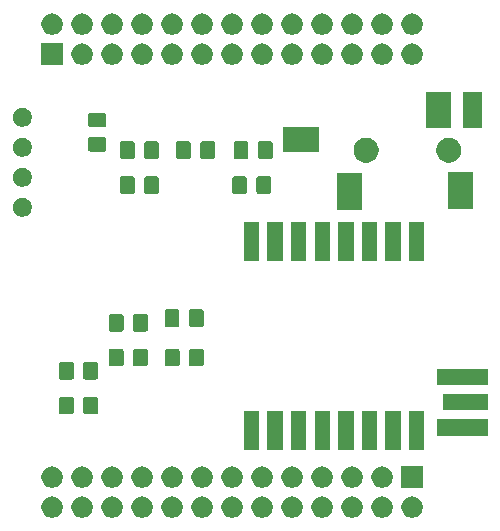
<source format=gbr>
G04 #@! TF.GenerationSoftware,KiCad,Pcbnew,(5.1.5)-3*
G04 #@! TF.CreationDate,2020-02-26T18:40:07+01:00*
G04 #@! TF.ProjectId,minirpi2,6d696e69-7270-4693-922e-6b696361645f,rev?*
G04 #@! TF.SameCoordinates,Original*
G04 #@! TF.FileFunction,Soldermask,Bot*
G04 #@! TF.FilePolarity,Negative*
%FSLAX46Y46*%
G04 Gerber Fmt 4.6, Leading zero omitted, Abs format (unit mm)*
G04 Created by KiCad (PCBNEW (5.1.5)-3) date 2020-02-26 18:40:07*
%MOMM*%
%LPD*%
G04 APERTURE LIST*
%ADD10C,0.100000*%
G04 APERTURE END LIST*
D10*
G36*
X185533512Y-79113927D02*
G01*
X185682812Y-79143624D01*
X185846784Y-79211544D01*
X185994354Y-79310147D01*
X186119853Y-79435646D01*
X186218456Y-79583216D01*
X186286376Y-79747188D01*
X186321000Y-79921259D01*
X186321000Y-80098741D01*
X186286376Y-80272812D01*
X186218456Y-80436784D01*
X186119853Y-80584354D01*
X185994354Y-80709853D01*
X185846784Y-80808456D01*
X185682812Y-80876376D01*
X185533512Y-80906073D01*
X185508742Y-80911000D01*
X185331258Y-80911000D01*
X185306488Y-80906073D01*
X185157188Y-80876376D01*
X184993216Y-80808456D01*
X184845646Y-80709853D01*
X184720147Y-80584354D01*
X184621544Y-80436784D01*
X184553624Y-80272812D01*
X184519000Y-80098741D01*
X184519000Y-79921259D01*
X184553624Y-79747188D01*
X184621544Y-79583216D01*
X184720147Y-79435646D01*
X184845646Y-79310147D01*
X184993216Y-79211544D01*
X185157188Y-79143624D01*
X185306488Y-79113927D01*
X185331258Y-79109000D01*
X185508742Y-79109000D01*
X185533512Y-79113927D01*
G37*
G36*
X213473512Y-79113927D02*
G01*
X213622812Y-79143624D01*
X213786784Y-79211544D01*
X213934354Y-79310147D01*
X214059853Y-79435646D01*
X214158456Y-79583216D01*
X214226376Y-79747188D01*
X214261000Y-79921259D01*
X214261000Y-80098741D01*
X214226376Y-80272812D01*
X214158456Y-80436784D01*
X214059853Y-80584354D01*
X213934354Y-80709853D01*
X213786784Y-80808456D01*
X213622812Y-80876376D01*
X213473512Y-80906073D01*
X213448742Y-80911000D01*
X213271258Y-80911000D01*
X213246488Y-80906073D01*
X213097188Y-80876376D01*
X212933216Y-80808456D01*
X212785646Y-80709853D01*
X212660147Y-80584354D01*
X212561544Y-80436784D01*
X212493624Y-80272812D01*
X212459000Y-80098741D01*
X212459000Y-79921259D01*
X212493624Y-79747188D01*
X212561544Y-79583216D01*
X212660147Y-79435646D01*
X212785646Y-79310147D01*
X212933216Y-79211544D01*
X213097188Y-79143624D01*
X213246488Y-79113927D01*
X213271258Y-79109000D01*
X213448742Y-79109000D01*
X213473512Y-79113927D01*
G37*
G36*
X210933512Y-79113927D02*
G01*
X211082812Y-79143624D01*
X211246784Y-79211544D01*
X211394354Y-79310147D01*
X211519853Y-79435646D01*
X211618456Y-79583216D01*
X211686376Y-79747188D01*
X211721000Y-79921259D01*
X211721000Y-80098741D01*
X211686376Y-80272812D01*
X211618456Y-80436784D01*
X211519853Y-80584354D01*
X211394354Y-80709853D01*
X211246784Y-80808456D01*
X211082812Y-80876376D01*
X210933512Y-80906073D01*
X210908742Y-80911000D01*
X210731258Y-80911000D01*
X210706488Y-80906073D01*
X210557188Y-80876376D01*
X210393216Y-80808456D01*
X210245646Y-80709853D01*
X210120147Y-80584354D01*
X210021544Y-80436784D01*
X209953624Y-80272812D01*
X209919000Y-80098741D01*
X209919000Y-79921259D01*
X209953624Y-79747188D01*
X210021544Y-79583216D01*
X210120147Y-79435646D01*
X210245646Y-79310147D01*
X210393216Y-79211544D01*
X210557188Y-79143624D01*
X210706488Y-79113927D01*
X210731258Y-79109000D01*
X210908742Y-79109000D01*
X210933512Y-79113927D01*
G37*
G36*
X208393512Y-79113927D02*
G01*
X208542812Y-79143624D01*
X208706784Y-79211544D01*
X208854354Y-79310147D01*
X208979853Y-79435646D01*
X209078456Y-79583216D01*
X209146376Y-79747188D01*
X209181000Y-79921259D01*
X209181000Y-80098741D01*
X209146376Y-80272812D01*
X209078456Y-80436784D01*
X208979853Y-80584354D01*
X208854354Y-80709853D01*
X208706784Y-80808456D01*
X208542812Y-80876376D01*
X208393512Y-80906073D01*
X208368742Y-80911000D01*
X208191258Y-80911000D01*
X208166488Y-80906073D01*
X208017188Y-80876376D01*
X207853216Y-80808456D01*
X207705646Y-80709853D01*
X207580147Y-80584354D01*
X207481544Y-80436784D01*
X207413624Y-80272812D01*
X207379000Y-80098741D01*
X207379000Y-79921259D01*
X207413624Y-79747188D01*
X207481544Y-79583216D01*
X207580147Y-79435646D01*
X207705646Y-79310147D01*
X207853216Y-79211544D01*
X208017188Y-79143624D01*
X208166488Y-79113927D01*
X208191258Y-79109000D01*
X208368742Y-79109000D01*
X208393512Y-79113927D01*
G37*
G36*
X205853512Y-79113927D02*
G01*
X206002812Y-79143624D01*
X206166784Y-79211544D01*
X206314354Y-79310147D01*
X206439853Y-79435646D01*
X206538456Y-79583216D01*
X206606376Y-79747188D01*
X206641000Y-79921259D01*
X206641000Y-80098741D01*
X206606376Y-80272812D01*
X206538456Y-80436784D01*
X206439853Y-80584354D01*
X206314354Y-80709853D01*
X206166784Y-80808456D01*
X206002812Y-80876376D01*
X205853512Y-80906073D01*
X205828742Y-80911000D01*
X205651258Y-80911000D01*
X205626488Y-80906073D01*
X205477188Y-80876376D01*
X205313216Y-80808456D01*
X205165646Y-80709853D01*
X205040147Y-80584354D01*
X204941544Y-80436784D01*
X204873624Y-80272812D01*
X204839000Y-80098741D01*
X204839000Y-79921259D01*
X204873624Y-79747188D01*
X204941544Y-79583216D01*
X205040147Y-79435646D01*
X205165646Y-79310147D01*
X205313216Y-79211544D01*
X205477188Y-79143624D01*
X205626488Y-79113927D01*
X205651258Y-79109000D01*
X205828742Y-79109000D01*
X205853512Y-79113927D01*
G37*
G36*
X203313512Y-79113927D02*
G01*
X203462812Y-79143624D01*
X203626784Y-79211544D01*
X203774354Y-79310147D01*
X203899853Y-79435646D01*
X203998456Y-79583216D01*
X204066376Y-79747188D01*
X204101000Y-79921259D01*
X204101000Y-80098741D01*
X204066376Y-80272812D01*
X203998456Y-80436784D01*
X203899853Y-80584354D01*
X203774354Y-80709853D01*
X203626784Y-80808456D01*
X203462812Y-80876376D01*
X203313512Y-80906073D01*
X203288742Y-80911000D01*
X203111258Y-80911000D01*
X203086488Y-80906073D01*
X202937188Y-80876376D01*
X202773216Y-80808456D01*
X202625646Y-80709853D01*
X202500147Y-80584354D01*
X202401544Y-80436784D01*
X202333624Y-80272812D01*
X202299000Y-80098741D01*
X202299000Y-79921259D01*
X202333624Y-79747188D01*
X202401544Y-79583216D01*
X202500147Y-79435646D01*
X202625646Y-79310147D01*
X202773216Y-79211544D01*
X202937188Y-79143624D01*
X203086488Y-79113927D01*
X203111258Y-79109000D01*
X203288742Y-79109000D01*
X203313512Y-79113927D01*
G37*
G36*
X200773512Y-79113927D02*
G01*
X200922812Y-79143624D01*
X201086784Y-79211544D01*
X201234354Y-79310147D01*
X201359853Y-79435646D01*
X201458456Y-79583216D01*
X201526376Y-79747188D01*
X201561000Y-79921259D01*
X201561000Y-80098741D01*
X201526376Y-80272812D01*
X201458456Y-80436784D01*
X201359853Y-80584354D01*
X201234354Y-80709853D01*
X201086784Y-80808456D01*
X200922812Y-80876376D01*
X200773512Y-80906073D01*
X200748742Y-80911000D01*
X200571258Y-80911000D01*
X200546488Y-80906073D01*
X200397188Y-80876376D01*
X200233216Y-80808456D01*
X200085646Y-80709853D01*
X199960147Y-80584354D01*
X199861544Y-80436784D01*
X199793624Y-80272812D01*
X199759000Y-80098741D01*
X199759000Y-79921259D01*
X199793624Y-79747188D01*
X199861544Y-79583216D01*
X199960147Y-79435646D01*
X200085646Y-79310147D01*
X200233216Y-79211544D01*
X200397188Y-79143624D01*
X200546488Y-79113927D01*
X200571258Y-79109000D01*
X200748742Y-79109000D01*
X200773512Y-79113927D01*
G37*
G36*
X195693512Y-79113927D02*
G01*
X195842812Y-79143624D01*
X196006784Y-79211544D01*
X196154354Y-79310147D01*
X196279853Y-79435646D01*
X196378456Y-79583216D01*
X196446376Y-79747188D01*
X196481000Y-79921259D01*
X196481000Y-80098741D01*
X196446376Y-80272812D01*
X196378456Y-80436784D01*
X196279853Y-80584354D01*
X196154354Y-80709853D01*
X196006784Y-80808456D01*
X195842812Y-80876376D01*
X195693512Y-80906073D01*
X195668742Y-80911000D01*
X195491258Y-80911000D01*
X195466488Y-80906073D01*
X195317188Y-80876376D01*
X195153216Y-80808456D01*
X195005646Y-80709853D01*
X194880147Y-80584354D01*
X194781544Y-80436784D01*
X194713624Y-80272812D01*
X194679000Y-80098741D01*
X194679000Y-79921259D01*
X194713624Y-79747188D01*
X194781544Y-79583216D01*
X194880147Y-79435646D01*
X195005646Y-79310147D01*
X195153216Y-79211544D01*
X195317188Y-79143624D01*
X195466488Y-79113927D01*
X195491258Y-79109000D01*
X195668742Y-79109000D01*
X195693512Y-79113927D01*
G37*
G36*
X198233512Y-79113927D02*
G01*
X198382812Y-79143624D01*
X198546784Y-79211544D01*
X198694354Y-79310147D01*
X198819853Y-79435646D01*
X198918456Y-79583216D01*
X198986376Y-79747188D01*
X199021000Y-79921259D01*
X199021000Y-80098741D01*
X198986376Y-80272812D01*
X198918456Y-80436784D01*
X198819853Y-80584354D01*
X198694354Y-80709853D01*
X198546784Y-80808456D01*
X198382812Y-80876376D01*
X198233512Y-80906073D01*
X198208742Y-80911000D01*
X198031258Y-80911000D01*
X198006488Y-80906073D01*
X197857188Y-80876376D01*
X197693216Y-80808456D01*
X197545646Y-80709853D01*
X197420147Y-80584354D01*
X197321544Y-80436784D01*
X197253624Y-80272812D01*
X197219000Y-80098741D01*
X197219000Y-79921259D01*
X197253624Y-79747188D01*
X197321544Y-79583216D01*
X197420147Y-79435646D01*
X197545646Y-79310147D01*
X197693216Y-79211544D01*
X197857188Y-79143624D01*
X198006488Y-79113927D01*
X198031258Y-79109000D01*
X198208742Y-79109000D01*
X198233512Y-79113927D01*
G37*
G36*
X216013512Y-79113927D02*
G01*
X216162812Y-79143624D01*
X216326784Y-79211544D01*
X216474354Y-79310147D01*
X216599853Y-79435646D01*
X216698456Y-79583216D01*
X216766376Y-79747188D01*
X216801000Y-79921259D01*
X216801000Y-80098741D01*
X216766376Y-80272812D01*
X216698456Y-80436784D01*
X216599853Y-80584354D01*
X216474354Y-80709853D01*
X216326784Y-80808456D01*
X216162812Y-80876376D01*
X216013512Y-80906073D01*
X215988742Y-80911000D01*
X215811258Y-80911000D01*
X215786488Y-80906073D01*
X215637188Y-80876376D01*
X215473216Y-80808456D01*
X215325646Y-80709853D01*
X215200147Y-80584354D01*
X215101544Y-80436784D01*
X215033624Y-80272812D01*
X214999000Y-80098741D01*
X214999000Y-79921259D01*
X215033624Y-79747188D01*
X215101544Y-79583216D01*
X215200147Y-79435646D01*
X215325646Y-79310147D01*
X215473216Y-79211544D01*
X215637188Y-79143624D01*
X215786488Y-79113927D01*
X215811258Y-79109000D01*
X215988742Y-79109000D01*
X216013512Y-79113927D01*
G37*
G36*
X188073512Y-79113927D02*
G01*
X188222812Y-79143624D01*
X188386784Y-79211544D01*
X188534354Y-79310147D01*
X188659853Y-79435646D01*
X188758456Y-79583216D01*
X188826376Y-79747188D01*
X188861000Y-79921259D01*
X188861000Y-80098741D01*
X188826376Y-80272812D01*
X188758456Y-80436784D01*
X188659853Y-80584354D01*
X188534354Y-80709853D01*
X188386784Y-80808456D01*
X188222812Y-80876376D01*
X188073512Y-80906073D01*
X188048742Y-80911000D01*
X187871258Y-80911000D01*
X187846488Y-80906073D01*
X187697188Y-80876376D01*
X187533216Y-80808456D01*
X187385646Y-80709853D01*
X187260147Y-80584354D01*
X187161544Y-80436784D01*
X187093624Y-80272812D01*
X187059000Y-80098741D01*
X187059000Y-79921259D01*
X187093624Y-79747188D01*
X187161544Y-79583216D01*
X187260147Y-79435646D01*
X187385646Y-79310147D01*
X187533216Y-79211544D01*
X187697188Y-79143624D01*
X187846488Y-79113927D01*
X187871258Y-79109000D01*
X188048742Y-79109000D01*
X188073512Y-79113927D01*
G37*
G36*
X193153512Y-79113927D02*
G01*
X193302812Y-79143624D01*
X193466784Y-79211544D01*
X193614354Y-79310147D01*
X193739853Y-79435646D01*
X193838456Y-79583216D01*
X193906376Y-79747188D01*
X193941000Y-79921259D01*
X193941000Y-80098741D01*
X193906376Y-80272812D01*
X193838456Y-80436784D01*
X193739853Y-80584354D01*
X193614354Y-80709853D01*
X193466784Y-80808456D01*
X193302812Y-80876376D01*
X193153512Y-80906073D01*
X193128742Y-80911000D01*
X192951258Y-80911000D01*
X192926488Y-80906073D01*
X192777188Y-80876376D01*
X192613216Y-80808456D01*
X192465646Y-80709853D01*
X192340147Y-80584354D01*
X192241544Y-80436784D01*
X192173624Y-80272812D01*
X192139000Y-80098741D01*
X192139000Y-79921259D01*
X192173624Y-79747188D01*
X192241544Y-79583216D01*
X192340147Y-79435646D01*
X192465646Y-79310147D01*
X192613216Y-79211544D01*
X192777188Y-79143624D01*
X192926488Y-79113927D01*
X192951258Y-79109000D01*
X193128742Y-79109000D01*
X193153512Y-79113927D01*
G37*
G36*
X190613512Y-79113927D02*
G01*
X190762812Y-79143624D01*
X190926784Y-79211544D01*
X191074354Y-79310147D01*
X191199853Y-79435646D01*
X191298456Y-79583216D01*
X191366376Y-79747188D01*
X191401000Y-79921259D01*
X191401000Y-80098741D01*
X191366376Y-80272812D01*
X191298456Y-80436784D01*
X191199853Y-80584354D01*
X191074354Y-80709853D01*
X190926784Y-80808456D01*
X190762812Y-80876376D01*
X190613512Y-80906073D01*
X190588742Y-80911000D01*
X190411258Y-80911000D01*
X190386488Y-80906073D01*
X190237188Y-80876376D01*
X190073216Y-80808456D01*
X189925646Y-80709853D01*
X189800147Y-80584354D01*
X189701544Y-80436784D01*
X189633624Y-80272812D01*
X189599000Y-80098741D01*
X189599000Y-79921259D01*
X189633624Y-79747188D01*
X189701544Y-79583216D01*
X189800147Y-79435646D01*
X189925646Y-79310147D01*
X190073216Y-79211544D01*
X190237188Y-79143624D01*
X190386488Y-79113927D01*
X190411258Y-79109000D01*
X190588742Y-79109000D01*
X190613512Y-79113927D01*
G37*
G36*
X203313512Y-76573927D02*
G01*
X203462812Y-76603624D01*
X203626784Y-76671544D01*
X203774354Y-76770147D01*
X203899853Y-76895646D01*
X203998456Y-77043216D01*
X204066376Y-77207188D01*
X204101000Y-77381259D01*
X204101000Y-77558741D01*
X204066376Y-77732812D01*
X203998456Y-77896784D01*
X203899853Y-78044354D01*
X203774354Y-78169853D01*
X203626784Y-78268456D01*
X203462812Y-78336376D01*
X203313512Y-78366073D01*
X203288742Y-78371000D01*
X203111258Y-78371000D01*
X203086488Y-78366073D01*
X202937188Y-78336376D01*
X202773216Y-78268456D01*
X202625646Y-78169853D01*
X202500147Y-78044354D01*
X202401544Y-77896784D01*
X202333624Y-77732812D01*
X202299000Y-77558741D01*
X202299000Y-77381259D01*
X202333624Y-77207188D01*
X202401544Y-77043216D01*
X202500147Y-76895646D01*
X202625646Y-76770147D01*
X202773216Y-76671544D01*
X202937188Y-76603624D01*
X203086488Y-76573927D01*
X203111258Y-76569000D01*
X203288742Y-76569000D01*
X203313512Y-76573927D01*
G37*
G36*
X213473512Y-76573927D02*
G01*
X213622812Y-76603624D01*
X213786784Y-76671544D01*
X213934354Y-76770147D01*
X214059853Y-76895646D01*
X214158456Y-77043216D01*
X214226376Y-77207188D01*
X214261000Y-77381259D01*
X214261000Y-77558741D01*
X214226376Y-77732812D01*
X214158456Y-77896784D01*
X214059853Y-78044354D01*
X213934354Y-78169853D01*
X213786784Y-78268456D01*
X213622812Y-78336376D01*
X213473512Y-78366073D01*
X213448742Y-78371000D01*
X213271258Y-78371000D01*
X213246488Y-78366073D01*
X213097188Y-78336376D01*
X212933216Y-78268456D01*
X212785646Y-78169853D01*
X212660147Y-78044354D01*
X212561544Y-77896784D01*
X212493624Y-77732812D01*
X212459000Y-77558741D01*
X212459000Y-77381259D01*
X212493624Y-77207188D01*
X212561544Y-77043216D01*
X212660147Y-76895646D01*
X212785646Y-76770147D01*
X212933216Y-76671544D01*
X213097188Y-76603624D01*
X213246488Y-76573927D01*
X213271258Y-76569000D01*
X213448742Y-76569000D01*
X213473512Y-76573927D01*
G37*
G36*
X216801000Y-78371000D02*
G01*
X214999000Y-78371000D01*
X214999000Y-76569000D01*
X216801000Y-76569000D01*
X216801000Y-78371000D01*
G37*
G36*
X210933512Y-76573927D02*
G01*
X211082812Y-76603624D01*
X211246784Y-76671544D01*
X211394354Y-76770147D01*
X211519853Y-76895646D01*
X211618456Y-77043216D01*
X211686376Y-77207188D01*
X211721000Y-77381259D01*
X211721000Y-77558741D01*
X211686376Y-77732812D01*
X211618456Y-77896784D01*
X211519853Y-78044354D01*
X211394354Y-78169853D01*
X211246784Y-78268456D01*
X211082812Y-78336376D01*
X210933512Y-78366073D01*
X210908742Y-78371000D01*
X210731258Y-78371000D01*
X210706488Y-78366073D01*
X210557188Y-78336376D01*
X210393216Y-78268456D01*
X210245646Y-78169853D01*
X210120147Y-78044354D01*
X210021544Y-77896784D01*
X209953624Y-77732812D01*
X209919000Y-77558741D01*
X209919000Y-77381259D01*
X209953624Y-77207188D01*
X210021544Y-77043216D01*
X210120147Y-76895646D01*
X210245646Y-76770147D01*
X210393216Y-76671544D01*
X210557188Y-76603624D01*
X210706488Y-76573927D01*
X210731258Y-76569000D01*
X210908742Y-76569000D01*
X210933512Y-76573927D01*
G37*
G36*
X208393512Y-76573927D02*
G01*
X208542812Y-76603624D01*
X208706784Y-76671544D01*
X208854354Y-76770147D01*
X208979853Y-76895646D01*
X209078456Y-77043216D01*
X209146376Y-77207188D01*
X209181000Y-77381259D01*
X209181000Y-77558741D01*
X209146376Y-77732812D01*
X209078456Y-77896784D01*
X208979853Y-78044354D01*
X208854354Y-78169853D01*
X208706784Y-78268456D01*
X208542812Y-78336376D01*
X208393512Y-78366073D01*
X208368742Y-78371000D01*
X208191258Y-78371000D01*
X208166488Y-78366073D01*
X208017188Y-78336376D01*
X207853216Y-78268456D01*
X207705646Y-78169853D01*
X207580147Y-78044354D01*
X207481544Y-77896784D01*
X207413624Y-77732812D01*
X207379000Y-77558741D01*
X207379000Y-77381259D01*
X207413624Y-77207188D01*
X207481544Y-77043216D01*
X207580147Y-76895646D01*
X207705646Y-76770147D01*
X207853216Y-76671544D01*
X208017188Y-76603624D01*
X208166488Y-76573927D01*
X208191258Y-76569000D01*
X208368742Y-76569000D01*
X208393512Y-76573927D01*
G37*
G36*
X205853512Y-76573927D02*
G01*
X206002812Y-76603624D01*
X206166784Y-76671544D01*
X206314354Y-76770147D01*
X206439853Y-76895646D01*
X206538456Y-77043216D01*
X206606376Y-77207188D01*
X206641000Y-77381259D01*
X206641000Y-77558741D01*
X206606376Y-77732812D01*
X206538456Y-77896784D01*
X206439853Y-78044354D01*
X206314354Y-78169853D01*
X206166784Y-78268456D01*
X206002812Y-78336376D01*
X205853512Y-78366073D01*
X205828742Y-78371000D01*
X205651258Y-78371000D01*
X205626488Y-78366073D01*
X205477188Y-78336376D01*
X205313216Y-78268456D01*
X205165646Y-78169853D01*
X205040147Y-78044354D01*
X204941544Y-77896784D01*
X204873624Y-77732812D01*
X204839000Y-77558741D01*
X204839000Y-77381259D01*
X204873624Y-77207188D01*
X204941544Y-77043216D01*
X205040147Y-76895646D01*
X205165646Y-76770147D01*
X205313216Y-76671544D01*
X205477188Y-76603624D01*
X205626488Y-76573927D01*
X205651258Y-76569000D01*
X205828742Y-76569000D01*
X205853512Y-76573927D01*
G37*
G36*
X200773512Y-76573927D02*
G01*
X200922812Y-76603624D01*
X201086784Y-76671544D01*
X201234354Y-76770147D01*
X201359853Y-76895646D01*
X201458456Y-77043216D01*
X201526376Y-77207188D01*
X201561000Y-77381259D01*
X201561000Y-77558741D01*
X201526376Y-77732812D01*
X201458456Y-77896784D01*
X201359853Y-78044354D01*
X201234354Y-78169853D01*
X201086784Y-78268456D01*
X200922812Y-78336376D01*
X200773512Y-78366073D01*
X200748742Y-78371000D01*
X200571258Y-78371000D01*
X200546488Y-78366073D01*
X200397188Y-78336376D01*
X200233216Y-78268456D01*
X200085646Y-78169853D01*
X199960147Y-78044354D01*
X199861544Y-77896784D01*
X199793624Y-77732812D01*
X199759000Y-77558741D01*
X199759000Y-77381259D01*
X199793624Y-77207188D01*
X199861544Y-77043216D01*
X199960147Y-76895646D01*
X200085646Y-76770147D01*
X200233216Y-76671544D01*
X200397188Y-76603624D01*
X200546488Y-76573927D01*
X200571258Y-76569000D01*
X200748742Y-76569000D01*
X200773512Y-76573927D01*
G37*
G36*
X198233512Y-76573927D02*
G01*
X198382812Y-76603624D01*
X198546784Y-76671544D01*
X198694354Y-76770147D01*
X198819853Y-76895646D01*
X198918456Y-77043216D01*
X198986376Y-77207188D01*
X199021000Y-77381259D01*
X199021000Y-77558741D01*
X198986376Y-77732812D01*
X198918456Y-77896784D01*
X198819853Y-78044354D01*
X198694354Y-78169853D01*
X198546784Y-78268456D01*
X198382812Y-78336376D01*
X198233512Y-78366073D01*
X198208742Y-78371000D01*
X198031258Y-78371000D01*
X198006488Y-78366073D01*
X197857188Y-78336376D01*
X197693216Y-78268456D01*
X197545646Y-78169853D01*
X197420147Y-78044354D01*
X197321544Y-77896784D01*
X197253624Y-77732812D01*
X197219000Y-77558741D01*
X197219000Y-77381259D01*
X197253624Y-77207188D01*
X197321544Y-77043216D01*
X197420147Y-76895646D01*
X197545646Y-76770147D01*
X197693216Y-76671544D01*
X197857188Y-76603624D01*
X198006488Y-76573927D01*
X198031258Y-76569000D01*
X198208742Y-76569000D01*
X198233512Y-76573927D01*
G37*
G36*
X195693512Y-76573927D02*
G01*
X195842812Y-76603624D01*
X196006784Y-76671544D01*
X196154354Y-76770147D01*
X196279853Y-76895646D01*
X196378456Y-77043216D01*
X196446376Y-77207188D01*
X196481000Y-77381259D01*
X196481000Y-77558741D01*
X196446376Y-77732812D01*
X196378456Y-77896784D01*
X196279853Y-78044354D01*
X196154354Y-78169853D01*
X196006784Y-78268456D01*
X195842812Y-78336376D01*
X195693512Y-78366073D01*
X195668742Y-78371000D01*
X195491258Y-78371000D01*
X195466488Y-78366073D01*
X195317188Y-78336376D01*
X195153216Y-78268456D01*
X195005646Y-78169853D01*
X194880147Y-78044354D01*
X194781544Y-77896784D01*
X194713624Y-77732812D01*
X194679000Y-77558741D01*
X194679000Y-77381259D01*
X194713624Y-77207188D01*
X194781544Y-77043216D01*
X194880147Y-76895646D01*
X195005646Y-76770147D01*
X195153216Y-76671544D01*
X195317188Y-76603624D01*
X195466488Y-76573927D01*
X195491258Y-76569000D01*
X195668742Y-76569000D01*
X195693512Y-76573927D01*
G37*
G36*
X193153512Y-76573927D02*
G01*
X193302812Y-76603624D01*
X193466784Y-76671544D01*
X193614354Y-76770147D01*
X193739853Y-76895646D01*
X193838456Y-77043216D01*
X193906376Y-77207188D01*
X193941000Y-77381259D01*
X193941000Y-77558741D01*
X193906376Y-77732812D01*
X193838456Y-77896784D01*
X193739853Y-78044354D01*
X193614354Y-78169853D01*
X193466784Y-78268456D01*
X193302812Y-78336376D01*
X193153512Y-78366073D01*
X193128742Y-78371000D01*
X192951258Y-78371000D01*
X192926488Y-78366073D01*
X192777188Y-78336376D01*
X192613216Y-78268456D01*
X192465646Y-78169853D01*
X192340147Y-78044354D01*
X192241544Y-77896784D01*
X192173624Y-77732812D01*
X192139000Y-77558741D01*
X192139000Y-77381259D01*
X192173624Y-77207188D01*
X192241544Y-77043216D01*
X192340147Y-76895646D01*
X192465646Y-76770147D01*
X192613216Y-76671544D01*
X192777188Y-76603624D01*
X192926488Y-76573927D01*
X192951258Y-76569000D01*
X193128742Y-76569000D01*
X193153512Y-76573927D01*
G37*
G36*
X190613512Y-76573927D02*
G01*
X190762812Y-76603624D01*
X190926784Y-76671544D01*
X191074354Y-76770147D01*
X191199853Y-76895646D01*
X191298456Y-77043216D01*
X191366376Y-77207188D01*
X191401000Y-77381259D01*
X191401000Y-77558741D01*
X191366376Y-77732812D01*
X191298456Y-77896784D01*
X191199853Y-78044354D01*
X191074354Y-78169853D01*
X190926784Y-78268456D01*
X190762812Y-78336376D01*
X190613512Y-78366073D01*
X190588742Y-78371000D01*
X190411258Y-78371000D01*
X190386488Y-78366073D01*
X190237188Y-78336376D01*
X190073216Y-78268456D01*
X189925646Y-78169853D01*
X189800147Y-78044354D01*
X189701544Y-77896784D01*
X189633624Y-77732812D01*
X189599000Y-77558741D01*
X189599000Y-77381259D01*
X189633624Y-77207188D01*
X189701544Y-77043216D01*
X189800147Y-76895646D01*
X189925646Y-76770147D01*
X190073216Y-76671544D01*
X190237188Y-76603624D01*
X190386488Y-76573927D01*
X190411258Y-76569000D01*
X190588742Y-76569000D01*
X190613512Y-76573927D01*
G37*
G36*
X188073512Y-76573927D02*
G01*
X188222812Y-76603624D01*
X188386784Y-76671544D01*
X188534354Y-76770147D01*
X188659853Y-76895646D01*
X188758456Y-77043216D01*
X188826376Y-77207188D01*
X188861000Y-77381259D01*
X188861000Y-77558741D01*
X188826376Y-77732812D01*
X188758456Y-77896784D01*
X188659853Y-78044354D01*
X188534354Y-78169853D01*
X188386784Y-78268456D01*
X188222812Y-78336376D01*
X188073512Y-78366073D01*
X188048742Y-78371000D01*
X187871258Y-78371000D01*
X187846488Y-78366073D01*
X187697188Y-78336376D01*
X187533216Y-78268456D01*
X187385646Y-78169853D01*
X187260147Y-78044354D01*
X187161544Y-77896784D01*
X187093624Y-77732812D01*
X187059000Y-77558741D01*
X187059000Y-77381259D01*
X187093624Y-77207188D01*
X187161544Y-77043216D01*
X187260147Y-76895646D01*
X187385646Y-76770147D01*
X187533216Y-76671544D01*
X187697188Y-76603624D01*
X187846488Y-76573927D01*
X187871258Y-76569000D01*
X188048742Y-76569000D01*
X188073512Y-76573927D01*
G37*
G36*
X185533512Y-76573927D02*
G01*
X185682812Y-76603624D01*
X185846784Y-76671544D01*
X185994354Y-76770147D01*
X186119853Y-76895646D01*
X186218456Y-77043216D01*
X186286376Y-77207188D01*
X186321000Y-77381259D01*
X186321000Y-77558741D01*
X186286376Y-77732812D01*
X186218456Y-77896784D01*
X186119853Y-78044354D01*
X185994354Y-78169853D01*
X185846784Y-78268456D01*
X185682812Y-78336376D01*
X185533512Y-78366073D01*
X185508742Y-78371000D01*
X185331258Y-78371000D01*
X185306488Y-78366073D01*
X185157188Y-78336376D01*
X184993216Y-78268456D01*
X184845646Y-78169853D01*
X184720147Y-78044354D01*
X184621544Y-77896784D01*
X184553624Y-77732812D01*
X184519000Y-77558741D01*
X184519000Y-77381259D01*
X184553624Y-77207188D01*
X184621544Y-77043216D01*
X184720147Y-76895646D01*
X184845646Y-76770147D01*
X184993216Y-76671544D01*
X185157188Y-76603624D01*
X185306488Y-76573927D01*
X185331258Y-76569000D01*
X185508742Y-76569000D01*
X185533512Y-76573927D01*
G37*
G36*
X204947000Y-75183000D02*
G01*
X203645000Y-75183000D01*
X203645000Y-71881000D01*
X204947000Y-71881000D01*
X204947000Y-75183000D01*
G37*
G36*
X206947000Y-75183000D02*
G01*
X205645000Y-75183000D01*
X205645000Y-71881000D01*
X206947000Y-71881000D01*
X206947000Y-75183000D01*
G37*
G36*
X208947000Y-75183000D02*
G01*
X207645000Y-75183000D01*
X207645000Y-71881000D01*
X208947000Y-71881000D01*
X208947000Y-75183000D01*
G37*
G36*
X210947000Y-75183000D02*
G01*
X209645000Y-75183000D01*
X209645000Y-71881000D01*
X210947000Y-71881000D01*
X210947000Y-75183000D01*
G37*
G36*
X214947000Y-75183000D02*
G01*
X213645000Y-75183000D01*
X213645000Y-71881000D01*
X214947000Y-71881000D01*
X214947000Y-75183000D01*
G37*
G36*
X216947000Y-75183000D02*
G01*
X215645000Y-75183000D01*
X215645000Y-71881000D01*
X216947000Y-71881000D01*
X216947000Y-75183000D01*
G37*
G36*
X202947000Y-75183000D02*
G01*
X201645000Y-75183000D01*
X201645000Y-71881000D01*
X202947000Y-71881000D01*
X202947000Y-75183000D01*
G37*
G36*
X212947000Y-75183000D02*
G01*
X211645000Y-75183000D01*
X211645000Y-71881000D01*
X212947000Y-71881000D01*
X212947000Y-75183000D01*
G37*
G36*
X222301000Y-73952300D02*
G01*
X218008000Y-73952300D01*
X218008000Y-72580300D01*
X222301000Y-72580300D01*
X222301000Y-73952300D01*
G37*
G36*
X189139674Y-70668465D02*
G01*
X189177367Y-70679899D01*
X189212103Y-70698466D01*
X189242548Y-70723452D01*
X189267534Y-70753897D01*
X189286101Y-70788633D01*
X189297535Y-70826326D01*
X189302000Y-70871661D01*
X189302000Y-71958339D01*
X189297535Y-72003674D01*
X189286101Y-72041367D01*
X189267534Y-72076103D01*
X189242548Y-72106548D01*
X189212103Y-72131534D01*
X189177367Y-72150101D01*
X189139674Y-72161535D01*
X189094339Y-72166000D01*
X188257661Y-72166000D01*
X188212326Y-72161535D01*
X188174633Y-72150101D01*
X188139897Y-72131534D01*
X188109452Y-72106548D01*
X188084466Y-72076103D01*
X188065899Y-72041367D01*
X188054465Y-72003674D01*
X188050000Y-71958339D01*
X188050000Y-70871661D01*
X188054465Y-70826326D01*
X188065899Y-70788633D01*
X188084466Y-70753897D01*
X188109452Y-70723452D01*
X188139897Y-70698466D01*
X188174633Y-70679899D01*
X188212326Y-70668465D01*
X188257661Y-70664000D01*
X189094339Y-70664000D01*
X189139674Y-70668465D01*
G37*
G36*
X187089674Y-70668465D02*
G01*
X187127367Y-70679899D01*
X187162103Y-70698466D01*
X187192548Y-70723452D01*
X187217534Y-70753897D01*
X187236101Y-70788633D01*
X187247535Y-70826326D01*
X187252000Y-70871661D01*
X187252000Y-71958339D01*
X187247535Y-72003674D01*
X187236101Y-72041367D01*
X187217534Y-72076103D01*
X187192548Y-72106548D01*
X187162103Y-72131534D01*
X187127367Y-72150101D01*
X187089674Y-72161535D01*
X187044339Y-72166000D01*
X186207661Y-72166000D01*
X186162326Y-72161535D01*
X186124633Y-72150101D01*
X186089897Y-72131534D01*
X186059452Y-72106548D01*
X186034466Y-72076103D01*
X186015899Y-72041367D01*
X186004465Y-72003674D01*
X186000000Y-71958339D01*
X186000000Y-70871661D01*
X186004465Y-70826326D01*
X186015899Y-70788633D01*
X186034466Y-70753897D01*
X186059452Y-70723452D01*
X186089897Y-70698466D01*
X186124633Y-70679899D01*
X186162326Y-70668465D01*
X186207661Y-70664000D01*
X187044339Y-70664000D01*
X187089674Y-70668465D01*
G37*
G36*
X222301000Y-71806000D02*
G01*
X218516000Y-71806000D01*
X218516000Y-70434000D01*
X222301000Y-70434000D01*
X222301000Y-71806000D01*
G37*
G36*
X222301000Y-69659700D02*
G01*
X218008000Y-69659700D01*
X218008000Y-68287700D01*
X222301000Y-68287700D01*
X222301000Y-69659700D01*
G37*
G36*
X187089674Y-67718465D02*
G01*
X187127367Y-67729899D01*
X187162103Y-67748466D01*
X187192548Y-67773452D01*
X187217534Y-67803897D01*
X187236101Y-67838633D01*
X187247535Y-67876326D01*
X187252000Y-67921661D01*
X187252000Y-69008339D01*
X187247535Y-69053674D01*
X187236101Y-69091367D01*
X187217534Y-69126103D01*
X187192548Y-69156548D01*
X187162103Y-69181534D01*
X187127367Y-69200101D01*
X187089674Y-69211535D01*
X187044339Y-69216000D01*
X186207661Y-69216000D01*
X186162326Y-69211535D01*
X186124633Y-69200101D01*
X186089897Y-69181534D01*
X186059452Y-69156548D01*
X186034466Y-69126103D01*
X186015899Y-69091367D01*
X186004465Y-69053674D01*
X186000000Y-69008339D01*
X186000000Y-67921661D01*
X186004465Y-67876326D01*
X186015899Y-67838633D01*
X186034466Y-67803897D01*
X186059452Y-67773452D01*
X186089897Y-67748466D01*
X186124633Y-67729899D01*
X186162326Y-67718465D01*
X186207661Y-67714000D01*
X187044339Y-67714000D01*
X187089674Y-67718465D01*
G37*
G36*
X189139674Y-67718465D02*
G01*
X189177367Y-67729899D01*
X189212103Y-67748466D01*
X189242548Y-67773452D01*
X189267534Y-67803897D01*
X189286101Y-67838633D01*
X189297535Y-67876326D01*
X189302000Y-67921661D01*
X189302000Y-69008339D01*
X189297535Y-69053674D01*
X189286101Y-69091367D01*
X189267534Y-69126103D01*
X189242548Y-69156548D01*
X189212103Y-69181534D01*
X189177367Y-69200101D01*
X189139674Y-69211535D01*
X189094339Y-69216000D01*
X188257661Y-69216000D01*
X188212326Y-69211535D01*
X188174633Y-69200101D01*
X188139897Y-69181534D01*
X188109452Y-69156548D01*
X188084466Y-69126103D01*
X188065899Y-69091367D01*
X188054465Y-69053674D01*
X188050000Y-69008339D01*
X188050000Y-67921661D01*
X188054465Y-67876326D01*
X188065899Y-67838633D01*
X188084466Y-67803897D01*
X188109452Y-67773452D01*
X188139897Y-67748466D01*
X188174633Y-67729899D01*
X188212326Y-67718465D01*
X188257661Y-67714000D01*
X189094339Y-67714000D01*
X189139674Y-67718465D01*
G37*
G36*
X198105674Y-66604465D02*
G01*
X198143367Y-66615899D01*
X198178103Y-66634466D01*
X198208548Y-66659452D01*
X198233534Y-66689897D01*
X198252101Y-66724633D01*
X198263535Y-66762326D01*
X198268000Y-66807661D01*
X198268000Y-67894339D01*
X198263535Y-67939674D01*
X198252101Y-67977367D01*
X198233534Y-68012103D01*
X198208548Y-68042548D01*
X198178103Y-68067534D01*
X198143367Y-68086101D01*
X198105674Y-68097535D01*
X198060339Y-68102000D01*
X197223661Y-68102000D01*
X197178326Y-68097535D01*
X197140633Y-68086101D01*
X197105897Y-68067534D01*
X197075452Y-68042548D01*
X197050466Y-68012103D01*
X197031899Y-67977367D01*
X197020465Y-67939674D01*
X197016000Y-67894339D01*
X197016000Y-66807661D01*
X197020465Y-66762326D01*
X197031899Y-66724633D01*
X197050466Y-66689897D01*
X197075452Y-66659452D01*
X197105897Y-66634466D01*
X197140633Y-66615899D01*
X197178326Y-66604465D01*
X197223661Y-66600000D01*
X198060339Y-66600000D01*
X198105674Y-66604465D01*
G37*
G36*
X191305674Y-66604465D02*
G01*
X191343367Y-66615899D01*
X191378103Y-66634466D01*
X191408548Y-66659452D01*
X191433534Y-66689897D01*
X191452101Y-66724633D01*
X191463535Y-66762326D01*
X191468000Y-66807661D01*
X191468000Y-67894339D01*
X191463535Y-67939674D01*
X191452101Y-67977367D01*
X191433534Y-68012103D01*
X191408548Y-68042548D01*
X191378103Y-68067534D01*
X191343367Y-68086101D01*
X191305674Y-68097535D01*
X191260339Y-68102000D01*
X190423661Y-68102000D01*
X190378326Y-68097535D01*
X190340633Y-68086101D01*
X190305897Y-68067534D01*
X190275452Y-68042548D01*
X190250466Y-68012103D01*
X190231899Y-67977367D01*
X190220465Y-67939674D01*
X190216000Y-67894339D01*
X190216000Y-66807661D01*
X190220465Y-66762326D01*
X190231899Y-66724633D01*
X190250466Y-66689897D01*
X190275452Y-66659452D01*
X190305897Y-66634466D01*
X190340633Y-66615899D01*
X190378326Y-66604465D01*
X190423661Y-66600000D01*
X191260339Y-66600000D01*
X191305674Y-66604465D01*
G37*
G36*
X193355674Y-66604465D02*
G01*
X193393367Y-66615899D01*
X193428103Y-66634466D01*
X193458548Y-66659452D01*
X193483534Y-66689897D01*
X193502101Y-66724633D01*
X193513535Y-66762326D01*
X193518000Y-66807661D01*
X193518000Y-67894339D01*
X193513535Y-67939674D01*
X193502101Y-67977367D01*
X193483534Y-68012103D01*
X193458548Y-68042548D01*
X193428103Y-68067534D01*
X193393367Y-68086101D01*
X193355674Y-68097535D01*
X193310339Y-68102000D01*
X192473661Y-68102000D01*
X192428326Y-68097535D01*
X192390633Y-68086101D01*
X192355897Y-68067534D01*
X192325452Y-68042548D01*
X192300466Y-68012103D01*
X192281899Y-67977367D01*
X192270465Y-67939674D01*
X192266000Y-67894339D01*
X192266000Y-66807661D01*
X192270465Y-66762326D01*
X192281899Y-66724633D01*
X192300466Y-66689897D01*
X192325452Y-66659452D01*
X192355897Y-66634466D01*
X192390633Y-66615899D01*
X192428326Y-66604465D01*
X192473661Y-66600000D01*
X193310339Y-66600000D01*
X193355674Y-66604465D01*
G37*
G36*
X196055674Y-66604465D02*
G01*
X196093367Y-66615899D01*
X196128103Y-66634466D01*
X196158548Y-66659452D01*
X196183534Y-66689897D01*
X196202101Y-66724633D01*
X196213535Y-66762326D01*
X196218000Y-66807661D01*
X196218000Y-67894339D01*
X196213535Y-67939674D01*
X196202101Y-67977367D01*
X196183534Y-68012103D01*
X196158548Y-68042548D01*
X196128103Y-68067534D01*
X196093367Y-68086101D01*
X196055674Y-68097535D01*
X196010339Y-68102000D01*
X195173661Y-68102000D01*
X195128326Y-68097535D01*
X195090633Y-68086101D01*
X195055897Y-68067534D01*
X195025452Y-68042548D01*
X195000466Y-68012103D01*
X194981899Y-67977367D01*
X194970465Y-67939674D01*
X194966000Y-67894339D01*
X194966000Y-66807661D01*
X194970465Y-66762326D01*
X194981899Y-66724633D01*
X195000466Y-66689897D01*
X195025452Y-66659452D01*
X195055897Y-66634466D01*
X195090633Y-66615899D01*
X195128326Y-66604465D01*
X195173661Y-66600000D01*
X196010339Y-66600000D01*
X196055674Y-66604465D01*
G37*
G36*
X191305674Y-63654465D02*
G01*
X191343367Y-63665899D01*
X191378103Y-63684466D01*
X191408548Y-63709452D01*
X191433534Y-63739897D01*
X191452101Y-63774633D01*
X191463535Y-63812326D01*
X191468000Y-63857661D01*
X191468000Y-64944339D01*
X191463535Y-64989674D01*
X191452101Y-65027367D01*
X191433534Y-65062103D01*
X191408548Y-65092548D01*
X191378103Y-65117534D01*
X191343367Y-65136101D01*
X191305674Y-65147535D01*
X191260339Y-65152000D01*
X190423661Y-65152000D01*
X190378326Y-65147535D01*
X190340633Y-65136101D01*
X190305897Y-65117534D01*
X190275452Y-65092548D01*
X190250466Y-65062103D01*
X190231899Y-65027367D01*
X190220465Y-64989674D01*
X190216000Y-64944339D01*
X190216000Y-63857661D01*
X190220465Y-63812326D01*
X190231899Y-63774633D01*
X190250466Y-63739897D01*
X190275452Y-63709452D01*
X190305897Y-63684466D01*
X190340633Y-63665899D01*
X190378326Y-63654465D01*
X190423661Y-63650000D01*
X191260339Y-63650000D01*
X191305674Y-63654465D01*
G37*
G36*
X193355674Y-63654465D02*
G01*
X193393367Y-63665899D01*
X193428103Y-63684466D01*
X193458548Y-63709452D01*
X193483534Y-63739897D01*
X193502101Y-63774633D01*
X193513535Y-63812326D01*
X193518000Y-63857661D01*
X193518000Y-64944339D01*
X193513535Y-64989674D01*
X193502101Y-65027367D01*
X193483534Y-65062103D01*
X193458548Y-65092548D01*
X193428103Y-65117534D01*
X193393367Y-65136101D01*
X193355674Y-65147535D01*
X193310339Y-65152000D01*
X192473661Y-65152000D01*
X192428326Y-65147535D01*
X192390633Y-65136101D01*
X192355897Y-65117534D01*
X192325452Y-65092548D01*
X192300466Y-65062103D01*
X192281899Y-65027367D01*
X192270465Y-64989674D01*
X192266000Y-64944339D01*
X192266000Y-63857661D01*
X192270465Y-63812326D01*
X192281899Y-63774633D01*
X192300466Y-63739897D01*
X192325452Y-63709452D01*
X192355897Y-63684466D01*
X192390633Y-63665899D01*
X192428326Y-63654465D01*
X192473661Y-63650000D01*
X193310339Y-63650000D01*
X193355674Y-63654465D01*
G37*
G36*
X198084674Y-63261465D02*
G01*
X198122367Y-63272899D01*
X198157103Y-63291466D01*
X198187548Y-63316452D01*
X198212534Y-63346897D01*
X198231101Y-63381633D01*
X198242535Y-63419326D01*
X198247000Y-63464661D01*
X198247000Y-64551339D01*
X198242535Y-64596674D01*
X198231101Y-64634367D01*
X198212534Y-64669103D01*
X198187548Y-64699548D01*
X198157103Y-64724534D01*
X198122367Y-64743101D01*
X198084674Y-64754535D01*
X198039339Y-64759000D01*
X197202661Y-64759000D01*
X197157326Y-64754535D01*
X197119633Y-64743101D01*
X197084897Y-64724534D01*
X197054452Y-64699548D01*
X197029466Y-64669103D01*
X197010899Y-64634367D01*
X196999465Y-64596674D01*
X196995000Y-64551339D01*
X196995000Y-63464661D01*
X196999465Y-63419326D01*
X197010899Y-63381633D01*
X197029466Y-63346897D01*
X197054452Y-63316452D01*
X197084897Y-63291466D01*
X197119633Y-63272899D01*
X197157326Y-63261465D01*
X197202661Y-63257000D01*
X198039339Y-63257000D01*
X198084674Y-63261465D01*
G37*
G36*
X196034674Y-63261465D02*
G01*
X196072367Y-63272899D01*
X196107103Y-63291466D01*
X196137548Y-63316452D01*
X196162534Y-63346897D01*
X196181101Y-63381633D01*
X196192535Y-63419326D01*
X196197000Y-63464661D01*
X196197000Y-64551339D01*
X196192535Y-64596674D01*
X196181101Y-64634367D01*
X196162534Y-64669103D01*
X196137548Y-64699548D01*
X196107103Y-64724534D01*
X196072367Y-64743101D01*
X196034674Y-64754535D01*
X195989339Y-64759000D01*
X195152661Y-64759000D01*
X195107326Y-64754535D01*
X195069633Y-64743101D01*
X195034897Y-64724534D01*
X195004452Y-64699548D01*
X194979466Y-64669103D01*
X194960899Y-64634367D01*
X194949465Y-64596674D01*
X194945000Y-64551339D01*
X194945000Y-63464661D01*
X194949465Y-63419326D01*
X194960899Y-63381633D01*
X194979466Y-63346897D01*
X195004452Y-63316452D01*
X195034897Y-63291466D01*
X195069633Y-63272899D01*
X195107326Y-63261465D01*
X195152661Y-63257000D01*
X195989339Y-63257000D01*
X196034674Y-63261465D01*
G37*
G36*
X216947000Y-59183000D02*
G01*
X215645000Y-59183000D01*
X215645000Y-55881000D01*
X216947000Y-55881000D01*
X216947000Y-59183000D01*
G37*
G36*
X212947000Y-59183000D02*
G01*
X211645000Y-59183000D01*
X211645000Y-55881000D01*
X212947000Y-55881000D01*
X212947000Y-59183000D01*
G37*
G36*
X210947000Y-59183000D02*
G01*
X209645000Y-59183000D01*
X209645000Y-55881000D01*
X210947000Y-55881000D01*
X210947000Y-59183000D01*
G37*
G36*
X208947000Y-59183000D02*
G01*
X207645000Y-59183000D01*
X207645000Y-55881000D01*
X208947000Y-55881000D01*
X208947000Y-59183000D01*
G37*
G36*
X204947000Y-59183000D02*
G01*
X203645000Y-59183000D01*
X203645000Y-55881000D01*
X204947000Y-55881000D01*
X204947000Y-59183000D01*
G37*
G36*
X206947000Y-59183000D02*
G01*
X205645000Y-59183000D01*
X205645000Y-55881000D01*
X206947000Y-55881000D01*
X206947000Y-59183000D01*
G37*
G36*
X214947000Y-59183000D02*
G01*
X213645000Y-59183000D01*
X213645000Y-55881000D01*
X214947000Y-55881000D01*
X214947000Y-59183000D01*
G37*
G36*
X202947000Y-59183000D02*
G01*
X201645000Y-59183000D01*
X201645000Y-55881000D01*
X202947000Y-55881000D01*
X202947000Y-59183000D01*
G37*
G36*
X183117142Y-53828242D02*
G01*
X183265101Y-53889529D01*
X183398255Y-53978499D01*
X183511501Y-54091745D01*
X183600471Y-54224899D01*
X183661758Y-54372858D01*
X183693000Y-54529925D01*
X183693000Y-54690075D01*
X183661758Y-54847142D01*
X183600471Y-54995101D01*
X183511501Y-55128255D01*
X183398255Y-55241501D01*
X183265101Y-55330471D01*
X183117142Y-55391758D01*
X182960075Y-55423000D01*
X182799925Y-55423000D01*
X182642858Y-55391758D01*
X182494899Y-55330471D01*
X182361745Y-55241501D01*
X182248499Y-55128255D01*
X182159529Y-54995101D01*
X182098242Y-54847142D01*
X182067000Y-54690075D01*
X182067000Y-54529925D01*
X182098242Y-54372858D01*
X182159529Y-54224899D01*
X182248499Y-54091745D01*
X182361745Y-53978499D01*
X182494899Y-53889529D01*
X182642858Y-53828242D01*
X182799925Y-53797000D01*
X182960075Y-53797000D01*
X183117142Y-53828242D01*
G37*
G36*
X211655000Y-54835000D02*
G01*
X209553000Y-54835000D01*
X209553000Y-51733000D01*
X211655000Y-51733000D01*
X211655000Y-54835000D01*
G37*
G36*
X221055000Y-54735000D02*
G01*
X218953000Y-54735000D01*
X218953000Y-51633000D01*
X221055000Y-51633000D01*
X221055000Y-54735000D01*
G37*
G36*
X203799674Y-51987465D02*
G01*
X203837367Y-51998899D01*
X203872103Y-52017466D01*
X203902548Y-52042452D01*
X203927534Y-52072897D01*
X203946101Y-52107633D01*
X203957535Y-52145326D01*
X203962000Y-52190661D01*
X203962000Y-53277339D01*
X203957535Y-53322674D01*
X203946101Y-53360367D01*
X203927534Y-53395103D01*
X203902548Y-53425548D01*
X203872103Y-53450534D01*
X203837367Y-53469101D01*
X203799674Y-53480535D01*
X203754339Y-53485000D01*
X202917661Y-53485000D01*
X202872326Y-53480535D01*
X202834633Y-53469101D01*
X202799897Y-53450534D01*
X202769452Y-53425548D01*
X202744466Y-53395103D01*
X202725899Y-53360367D01*
X202714465Y-53322674D01*
X202710000Y-53277339D01*
X202710000Y-52190661D01*
X202714465Y-52145326D01*
X202725899Y-52107633D01*
X202744466Y-52072897D01*
X202769452Y-52042452D01*
X202799897Y-52017466D01*
X202834633Y-51998899D01*
X202872326Y-51987465D01*
X202917661Y-51983000D01*
X203754339Y-51983000D01*
X203799674Y-51987465D01*
G37*
G36*
X192249674Y-51987465D02*
G01*
X192287367Y-51998899D01*
X192322103Y-52017466D01*
X192352548Y-52042452D01*
X192377534Y-52072897D01*
X192396101Y-52107633D01*
X192407535Y-52145326D01*
X192412000Y-52190661D01*
X192412000Y-53277339D01*
X192407535Y-53322674D01*
X192396101Y-53360367D01*
X192377534Y-53395103D01*
X192352548Y-53425548D01*
X192322103Y-53450534D01*
X192287367Y-53469101D01*
X192249674Y-53480535D01*
X192204339Y-53485000D01*
X191367661Y-53485000D01*
X191322326Y-53480535D01*
X191284633Y-53469101D01*
X191249897Y-53450534D01*
X191219452Y-53425548D01*
X191194466Y-53395103D01*
X191175899Y-53360367D01*
X191164465Y-53322674D01*
X191160000Y-53277339D01*
X191160000Y-52190661D01*
X191164465Y-52145326D01*
X191175899Y-52107633D01*
X191194466Y-52072897D01*
X191219452Y-52042452D01*
X191249897Y-52017466D01*
X191284633Y-51998899D01*
X191322326Y-51987465D01*
X191367661Y-51983000D01*
X192204339Y-51983000D01*
X192249674Y-51987465D01*
G37*
G36*
X194299674Y-51987465D02*
G01*
X194337367Y-51998899D01*
X194372103Y-52017466D01*
X194402548Y-52042452D01*
X194427534Y-52072897D01*
X194446101Y-52107633D01*
X194457535Y-52145326D01*
X194462000Y-52190661D01*
X194462000Y-53277339D01*
X194457535Y-53322674D01*
X194446101Y-53360367D01*
X194427534Y-53395103D01*
X194402548Y-53425548D01*
X194372103Y-53450534D01*
X194337367Y-53469101D01*
X194299674Y-53480535D01*
X194254339Y-53485000D01*
X193417661Y-53485000D01*
X193372326Y-53480535D01*
X193334633Y-53469101D01*
X193299897Y-53450534D01*
X193269452Y-53425548D01*
X193244466Y-53395103D01*
X193225899Y-53360367D01*
X193214465Y-53322674D01*
X193210000Y-53277339D01*
X193210000Y-52190661D01*
X193214465Y-52145326D01*
X193225899Y-52107633D01*
X193244466Y-52072897D01*
X193269452Y-52042452D01*
X193299897Y-52017466D01*
X193334633Y-51998899D01*
X193372326Y-51987465D01*
X193417661Y-51983000D01*
X194254339Y-51983000D01*
X194299674Y-51987465D01*
G37*
G36*
X201749674Y-51987465D02*
G01*
X201787367Y-51998899D01*
X201822103Y-52017466D01*
X201852548Y-52042452D01*
X201877534Y-52072897D01*
X201896101Y-52107633D01*
X201907535Y-52145326D01*
X201912000Y-52190661D01*
X201912000Y-53277339D01*
X201907535Y-53322674D01*
X201896101Y-53360367D01*
X201877534Y-53395103D01*
X201852548Y-53425548D01*
X201822103Y-53450534D01*
X201787367Y-53469101D01*
X201749674Y-53480535D01*
X201704339Y-53485000D01*
X200867661Y-53485000D01*
X200822326Y-53480535D01*
X200784633Y-53469101D01*
X200749897Y-53450534D01*
X200719452Y-53425548D01*
X200694466Y-53395103D01*
X200675899Y-53360367D01*
X200664465Y-53322674D01*
X200660000Y-53277339D01*
X200660000Y-52190661D01*
X200664465Y-52145326D01*
X200675899Y-52107633D01*
X200694466Y-52072897D01*
X200719452Y-52042452D01*
X200749897Y-52017466D01*
X200784633Y-51998899D01*
X200822326Y-51987465D01*
X200867661Y-51983000D01*
X201704339Y-51983000D01*
X201749674Y-51987465D01*
G37*
G36*
X183117142Y-51288242D02*
G01*
X183265101Y-51349529D01*
X183398255Y-51438499D01*
X183511501Y-51551745D01*
X183600471Y-51684899D01*
X183661758Y-51832858D01*
X183693000Y-51989925D01*
X183693000Y-52150075D01*
X183661758Y-52307142D01*
X183600471Y-52455101D01*
X183511501Y-52588255D01*
X183398255Y-52701501D01*
X183265101Y-52790471D01*
X183117142Y-52851758D01*
X182960075Y-52883000D01*
X182799925Y-52883000D01*
X182642858Y-52851758D01*
X182494899Y-52790471D01*
X182361745Y-52701501D01*
X182248499Y-52588255D01*
X182159529Y-52455101D01*
X182098242Y-52307142D01*
X182067000Y-52150075D01*
X182067000Y-51989925D01*
X182098242Y-51832858D01*
X182159529Y-51684899D01*
X182248499Y-51551745D01*
X182361745Y-51438499D01*
X182494899Y-51349529D01*
X182642858Y-51288242D01*
X182799925Y-51257000D01*
X182960075Y-51257000D01*
X183117142Y-51288242D01*
G37*
G36*
X219310564Y-48773389D02*
G01*
X219501833Y-48852615D01*
X219501835Y-48852616D01*
X219619404Y-48931173D01*
X219673973Y-48967635D01*
X219820365Y-49114027D01*
X219935385Y-49286167D01*
X220014611Y-49477436D01*
X220055000Y-49680484D01*
X220055000Y-49887516D01*
X220014611Y-50090564D01*
X219935385Y-50281833D01*
X219935384Y-50281835D01*
X219820365Y-50453973D01*
X219673973Y-50600365D01*
X219501835Y-50715384D01*
X219501834Y-50715385D01*
X219501833Y-50715385D01*
X219310564Y-50794611D01*
X219107516Y-50835000D01*
X218900484Y-50835000D01*
X218697436Y-50794611D01*
X218506167Y-50715385D01*
X218506166Y-50715385D01*
X218506165Y-50715384D01*
X218334027Y-50600365D01*
X218187635Y-50453973D01*
X218072616Y-50281835D01*
X218072615Y-50281833D01*
X217993389Y-50090564D01*
X217953000Y-49887516D01*
X217953000Y-49680484D01*
X217993389Y-49477436D01*
X218072615Y-49286167D01*
X218187635Y-49114027D01*
X218334027Y-48967635D01*
X218388596Y-48931173D01*
X218506165Y-48852616D01*
X218506167Y-48852615D01*
X218697436Y-48773389D01*
X218900484Y-48733000D01*
X219107516Y-48733000D01*
X219310564Y-48773389D01*
G37*
G36*
X212310564Y-48773389D02*
G01*
X212501833Y-48852615D01*
X212501835Y-48852616D01*
X212619404Y-48931173D01*
X212673973Y-48967635D01*
X212820365Y-49114027D01*
X212935385Y-49286167D01*
X213014611Y-49477436D01*
X213055000Y-49680484D01*
X213055000Y-49887516D01*
X213014611Y-50090564D01*
X212935385Y-50281833D01*
X212935384Y-50281835D01*
X212820365Y-50453973D01*
X212673973Y-50600365D01*
X212501835Y-50715384D01*
X212501834Y-50715385D01*
X212501833Y-50715385D01*
X212310564Y-50794611D01*
X212107516Y-50835000D01*
X211900484Y-50835000D01*
X211697436Y-50794611D01*
X211506167Y-50715385D01*
X211506166Y-50715385D01*
X211506165Y-50715384D01*
X211334027Y-50600365D01*
X211187635Y-50453973D01*
X211072616Y-50281835D01*
X211072615Y-50281833D01*
X210993389Y-50090564D01*
X210953000Y-49887516D01*
X210953000Y-49680484D01*
X210993389Y-49477436D01*
X211072615Y-49286167D01*
X211187635Y-49114027D01*
X211334027Y-48967635D01*
X211388596Y-48931173D01*
X211506165Y-48852616D01*
X211506167Y-48852615D01*
X211697436Y-48773389D01*
X211900484Y-48733000D01*
X212107516Y-48733000D01*
X212310564Y-48773389D01*
G37*
G36*
X201876674Y-49037465D02*
G01*
X201914367Y-49048899D01*
X201949103Y-49067466D01*
X201979548Y-49092452D01*
X202004534Y-49122897D01*
X202023101Y-49157633D01*
X202034535Y-49195326D01*
X202039000Y-49240661D01*
X202039000Y-50327339D01*
X202034535Y-50372674D01*
X202023101Y-50410367D01*
X202004534Y-50445103D01*
X201979548Y-50475548D01*
X201949103Y-50500534D01*
X201914367Y-50519101D01*
X201876674Y-50530535D01*
X201831339Y-50535000D01*
X200994661Y-50535000D01*
X200949326Y-50530535D01*
X200911633Y-50519101D01*
X200876897Y-50500534D01*
X200846452Y-50475548D01*
X200821466Y-50445103D01*
X200802899Y-50410367D01*
X200791465Y-50372674D01*
X200787000Y-50327339D01*
X200787000Y-49240661D01*
X200791465Y-49195326D01*
X200802899Y-49157633D01*
X200821466Y-49122897D01*
X200846452Y-49092452D01*
X200876897Y-49067466D01*
X200911633Y-49048899D01*
X200949326Y-49037465D01*
X200994661Y-49033000D01*
X201831339Y-49033000D01*
X201876674Y-49037465D01*
G37*
G36*
X199049674Y-49037465D02*
G01*
X199087367Y-49048899D01*
X199122103Y-49067466D01*
X199152548Y-49092452D01*
X199177534Y-49122897D01*
X199196101Y-49157633D01*
X199207535Y-49195326D01*
X199212000Y-49240661D01*
X199212000Y-50327339D01*
X199207535Y-50372674D01*
X199196101Y-50410367D01*
X199177534Y-50445103D01*
X199152548Y-50475548D01*
X199122103Y-50500534D01*
X199087367Y-50519101D01*
X199049674Y-50530535D01*
X199004339Y-50535000D01*
X198167661Y-50535000D01*
X198122326Y-50530535D01*
X198084633Y-50519101D01*
X198049897Y-50500534D01*
X198019452Y-50475548D01*
X197994466Y-50445103D01*
X197975899Y-50410367D01*
X197964465Y-50372674D01*
X197960000Y-50327339D01*
X197960000Y-49240661D01*
X197964465Y-49195326D01*
X197975899Y-49157633D01*
X197994466Y-49122897D01*
X198019452Y-49092452D01*
X198049897Y-49067466D01*
X198084633Y-49048899D01*
X198122326Y-49037465D01*
X198167661Y-49033000D01*
X199004339Y-49033000D01*
X199049674Y-49037465D01*
G37*
G36*
X196999674Y-49037465D02*
G01*
X197037367Y-49048899D01*
X197072103Y-49067466D01*
X197102548Y-49092452D01*
X197127534Y-49122897D01*
X197146101Y-49157633D01*
X197157535Y-49195326D01*
X197162000Y-49240661D01*
X197162000Y-50327339D01*
X197157535Y-50372674D01*
X197146101Y-50410367D01*
X197127534Y-50445103D01*
X197102548Y-50475548D01*
X197072103Y-50500534D01*
X197037367Y-50519101D01*
X196999674Y-50530535D01*
X196954339Y-50535000D01*
X196117661Y-50535000D01*
X196072326Y-50530535D01*
X196034633Y-50519101D01*
X195999897Y-50500534D01*
X195969452Y-50475548D01*
X195944466Y-50445103D01*
X195925899Y-50410367D01*
X195914465Y-50372674D01*
X195910000Y-50327339D01*
X195910000Y-49240661D01*
X195914465Y-49195326D01*
X195925899Y-49157633D01*
X195944466Y-49122897D01*
X195969452Y-49092452D01*
X195999897Y-49067466D01*
X196034633Y-49048899D01*
X196072326Y-49037465D01*
X196117661Y-49033000D01*
X196954339Y-49033000D01*
X196999674Y-49037465D01*
G37*
G36*
X194299674Y-49037465D02*
G01*
X194337367Y-49048899D01*
X194372103Y-49067466D01*
X194402548Y-49092452D01*
X194427534Y-49122897D01*
X194446101Y-49157633D01*
X194457535Y-49195326D01*
X194462000Y-49240661D01*
X194462000Y-50327339D01*
X194457535Y-50372674D01*
X194446101Y-50410367D01*
X194427534Y-50445103D01*
X194402548Y-50475548D01*
X194372103Y-50500534D01*
X194337367Y-50519101D01*
X194299674Y-50530535D01*
X194254339Y-50535000D01*
X193417661Y-50535000D01*
X193372326Y-50530535D01*
X193334633Y-50519101D01*
X193299897Y-50500534D01*
X193269452Y-50475548D01*
X193244466Y-50445103D01*
X193225899Y-50410367D01*
X193214465Y-50372674D01*
X193210000Y-50327339D01*
X193210000Y-49240661D01*
X193214465Y-49195326D01*
X193225899Y-49157633D01*
X193244466Y-49122897D01*
X193269452Y-49092452D01*
X193299897Y-49067466D01*
X193334633Y-49048899D01*
X193372326Y-49037465D01*
X193417661Y-49033000D01*
X194254339Y-49033000D01*
X194299674Y-49037465D01*
G37*
G36*
X192249674Y-49037465D02*
G01*
X192287367Y-49048899D01*
X192322103Y-49067466D01*
X192352548Y-49092452D01*
X192377534Y-49122897D01*
X192396101Y-49157633D01*
X192407535Y-49195326D01*
X192412000Y-49240661D01*
X192412000Y-50327339D01*
X192407535Y-50372674D01*
X192396101Y-50410367D01*
X192377534Y-50445103D01*
X192352548Y-50475548D01*
X192322103Y-50500534D01*
X192287367Y-50519101D01*
X192249674Y-50530535D01*
X192204339Y-50535000D01*
X191367661Y-50535000D01*
X191322326Y-50530535D01*
X191284633Y-50519101D01*
X191249897Y-50500534D01*
X191219452Y-50475548D01*
X191194466Y-50445103D01*
X191175899Y-50410367D01*
X191164465Y-50372674D01*
X191160000Y-50327339D01*
X191160000Y-49240661D01*
X191164465Y-49195326D01*
X191175899Y-49157633D01*
X191194466Y-49122897D01*
X191219452Y-49092452D01*
X191249897Y-49067466D01*
X191284633Y-49048899D01*
X191322326Y-49037465D01*
X191367661Y-49033000D01*
X192204339Y-49033000D01*
X192249674Y-49037465D01*
G37*
G36*
X203926674Y-49037465D02*
G01*
X203964367Y-49048899D01*
X203999103Y-49067466D01*
X204029548Y-49092452D01*
X204054534Y-49122897D01*
X204073101Y-49157633D01*
X204084535Y-49195326D01*
X204089000Y-49240661D01*
X204089000Y-50327339D01*
X204084535Y-50372674D01*
X204073101Y-50410367D01*
X204054534Y-50445103D01*
X204029548Y-50475548D01*
X203999103Y-50500534D01*
X203964367Y-50519101D01*
X203926674Y-50530535D01*
X203881339Y-50535000D01*
X203044661Y-50535000D01*
X202999326Y-50530535D01*
X202961633Y-50519101D01*
X202926897Y-50500534D01*
X202896452Y-50475548D01*
X202871466Y-50445103D01*
X202852899Y-50410367D01*
X202841465Y-50372674D01*
X202837000Y-50327339D01*
X202837000Y-49240661D01*
X202841465Y-49195326D01*
X202852899Y-49157633D01*
X202871466Y-49122897D01*
X202896452Y-49092452D01*
X202926897Y-49067466D01*
X202961633Y-49048899D01*
X202999326Y-49037465D01*
X203044661Y-49033000D01*
X203881339Y-49033000D01*
X203926674Y-49037465D01*
G37*
G36*
X183117142Y-48748242D02*
G01*
X183265101Y-48809529D01*
X183398255Y-48898499D01*
X183511501Y-49011745D01*
X183600471Y-49144899D01*
X183661758Y-49292858D01*
X183693000Y-49449925D01*
X183693000Y-49610075D01*
X183661758Y-49767142D01*
X183600471Y-49915101D01*
X183511501Y-50048255D01*
X183398255Y-50161501D01*
X183265101Y-50250471D01*
X183117142Y-50311758D01*
X182960075Y-50343000D01*
X182799925Y-50343000D01*
X182642858Y-50311758D01*
X182494899Y-50250471D01*
X182361745Y-50161501D01*
X182248499Y-50048255D01*
X182159529Y-49915101D01*
X182098242Y-49767142D01*
X182067000Y-49610075D01*
X182067000Y-49449925D01*
X182098242Y-49292858D01*
X182159529Y-49144899D01*
X182248499Y-49011745D01*
X182361745Y-48898499D01*
X182494899Y-48809529D01*
X182642858Y-48748242D01*
X182799925Y-48717000D01*
X182960075Y-48717000D01*
X183117142Y-48748242D01*
G37*
G36*
X208055000Y-49935000D02*
G01*
X204953000Y-49935000D01*
X204953000Y-47833000D01*
X208055000Y-47833000D01*
X208055000Y-49935000D01*
G37*
G36*
X189818674Y-48663465D02*
G01*
X189856367Y-48674899D01*
X189891103Y-48693466D01*
X189921548Y-48718452D01*
X189946534Y-48748897D01*
X189965101Y-48783633D01*
X189976535Y-48821326D01*
X189981000Y-48866661D01*
X189981000Y-49703339D01*
X189976535Y-49748674D01*
X189965101Y-49786367D01*
X189946534Y-49821103D01*
X189921548Y-49851548D01*
X189891103Y-49876534D01*
X189856367Y-49895101D01*
X189818674Y-49906535D01*
X189773339Y-49911000D01*
X188686661Y-49911000D01*
X188641326Y-49906535D01*
X188603633Y-49895101D01*
X188568897Y-49876534D01*
X188538452Y-49851548D01*
X188513466Y-49821103D01*
X188494899Y-49786367D01*
X188483465Y-49748674D01*
X188479000Y-49703339D01*
X188479000Y-48866661D01*
X188483465Y-48821326D01*
X188494899Y-48783633D01*
X188513466Y-48748897D01*
X188538452Y-48718452D01*
X188568897Y-48693466D01*
X188603633Y-48674899D01*
X188641326Y-48663465D01*
X188686661Y-48659000D01*
X189773339Y-48659000D01*
X189818674Y-48663465D01*
G37*
G36*
X221805000Y-47935000D02*
G01*
X220203000Y-47935000D01*
X220203000Y-44833000D01*
X221805000Y-44833000D01*
X221805000Y-47935000D01*
G37*
G36*
X219155000Y-47935000D02*
G01*
X217053000Y-47935000D01*
X217053000Y-44833000D01*
X219155000Y-44833000D01*
X219155000Y-47935000D01*
G37*
G36*
X189818674Y-46613465D02*
G01*
X189856367Y-46624899D01*
X189891103Y-46643466D01*
X189921548Y-46668452D01*
X189946534Y-46698897D01*
X189965101Y-46733633D01*
X189976535Y-46771326D01*
X189981000Y-46816661D01*
X189981000Y-47653339D01*
X189976535Y-47698674D01*
X189965101Y-47736367D01*
X189946534Y-47771103D01*
X189921548Y-47801548D01*
X189891103Y-47826534D01*
X189856367Y-47845101D01*
X189818674Y-47856535D01*
X189773339Y-47861000D01*
X188686661Y-47861000D01*
X188641326Y-47856535D01*
X188603633Y-47845101D01*
X188568897Y-47826534D01*
X188538452Y-47801548D01*
X188513466Y-47771103D01*
X188494899Y-47736367D01*
X188483465Y-47698674D01*
X188479000Y-47653339D01*
X188479000Y-46816661D01*
X188483465Y-46771326D01*
X188494899Y-46733633D01*
X188513466Y-46698897D01*
X188538452Y-46668452D01*
X188568897Y-46643466D01*
X188603633Y-46624899D01*
X188641326Y-46613465D01*
X188686661Y-46609000D01*
X189773339Y-46609000D01*
X189818674Y-46613465D01*
G37*
G36*
X183117142Y-46208242D02*
G01*
X183265101Y-46269529D01*
X183398255Y-46358499D01*
X183511501Y-46471745D01*
X183600471Y-46604899D01*
X183661758Y-46752858D01*
X183693000Y-46909925D01*
X183693000Y-47070075D01*
X183661758Y-47227142D01*
X183600471Y-47375101D01*
X183511501Y-47508255D01*
X183398255Y-47621501D01*
X183265101Y-47710471D01*
X183117142Y-47771758D01*
X182960075Y-47803000D01*
X182799925Y-47803000D01*
X182642858Y-47771758D01*
X182494899Y-47710471D01*
X182361745Y-47621501D01*
X182248499Y-47508255D01*
X182159529Y-47375101D01*
X182098242Y-47227142D01*
X182067000Y-47070075D01*
X182067000Y-46909925D01*
X182098242Y-46752858D01*
X182159529Y-46604899D01*
X182248499Y-46471745D01*
X182361745Y-46358499D01*
X182494899Y-46269529D01*
X182642858Y-46208242D01*
X182799925Y-46177000D01*
X182960075Y-46177000D01*
X183117142Y-46208242D01*
G37*
G36*
X188073512Y-40759927D02*
G01*
X188222812Y-40789624D01*
X188386784Y-40857544D01*
X188534354Y-40956147D01*
X188659853Y-41081646D01*
X188758456Y-41229216D01*
X188826376Y-41393188D01*
X188861000Y-41567259D01*
X188861000Y-41744741D01*
X188826376Y-41918812D01*
X188758456Y-42082784D01*
X188659853Y-42230354D01*
X188534354Y-42355853D01*
X188386784Y-42454456D01*
X188222812Y-42522376D01*
X188073512Y-42552073D01*
X188048742Y-42557000D01*
X187871258Y-42557000D01*
X187846488Y-42552073D01*
X187697188Y-42522376D01*
X187533216Y-42454456D01*
X187385646Y-42355853D01*
X187260147Y-42230354D01*
X187161544Y-42082784D01*
X187093624Y-41918812D01*
X187059000Y-41744741D01*
X187059000Y-41567259D01*
X187093624Y-41393188D01*
X187161544Y-41229216D01*
X187260147Y-41081646D01*
X187385646Y-40956147D01*
X187533216Y-40857544D01*
X187697188Y-40789624D01*
X187846488Y-40759927D01*
X187871258Y-40755000D01*
X188048742Y-40755000D01*
X188073512Y-40759927D01*
G37*
G36*
X186321000Y-42557000D02*
G01*
X184519000Y-42557000D01*
X184519000Y-40755000D01*
X186321000Y-40755000D01*
X186321000Y-42557000D01*
G37*
G36*
X208393512Y-40759927D02*
G01*
X208542812Y-40789624D01*
X208706784Y-40857544D01*
X208854354Y-40956147D01*
X208979853Y-41081646D01*
X209078456Y-41229216D01*
X209146376Y-41393188D01*
X209181000Y-41567259D01*
X209181000Y-41744741D01*
X209146376Y-41918812D01*
X209078456Y-42082784D01*
X208979853Y-42230354D01*
X208854354Y-42355853D01*
X208706784Y-42454456D01*
X208542812Y-42522376D01*
X208393512Y-42552073D01*
X208368742Y-42557000D01*
X208191258Y-42557000D01*
X208166488Y-42552073D01*
X208017188Y-42522376D01*
X207853216Y-42454456D01*
X207705646Y-42355853D01*
X207580147Y-42230354D01*
X207481544Y-42082784D01*
X207413624Y-41918812D01*
X207379000Y-41744741D01*
X207379000Y-41567259D01*
X207413624Y-41393188D01*
X207481544Y-41229216D01*
X207580147Y-41081646D01*
X207705646Y-40956147D01*
X207853216Y-40857544D01*
X208017188Y-40789624D01*
X208166488Y-40759927D01*
X208191258Y-40755000D01*
X208368742Y-40755000D01*
X208393512Y-40759927D01*
G37*
G36*
X210933512Y-40759927D02*
G01*
X211082812Y-40789624D01*
X211246784Y-40857544D01*
X211394354Y-40956147D01*
X211519853Y-41081646D01*
X211618456Y-41229216D01*
X211686376Y-41393188D01*
X211721000Y-41567259D01*
X211721000Y-41744741D01*
X211686376Y-41918812D01*
X211618456Y-42082784D01*
X211519853Y-42230354D01*
X211394354Y-42355853D01*
X211246784Y-42454456D01*
X211082812Y-42522376D01*
X210933512Y-42552073D01*
X210908742Y-42557000D01*
X210731258Y-42557000D01*
X210706488Y-42552073D01*
X210557188Y-42522376D01*
X210393216Y-42454456D01*
X210245646Y-42355853D01*
X210120147Y-42230354D01*
X210021544Y-42082784D01*
X209953624Y-41918812D01*
X209919000Y-41744741D01*
X209919000Y-41567259D01*
X209953624Y-41393188D01*
X210021544Y-41229216D01*
X210120147Y-41081646D01*
X210245646Y-40956147D01*
X210393216Y-40857544D01*
X210557188Y-40789624D01*
X210706488Y-40759927D01*
X210731258Y-40755000D01*
X210908742Y-40755000D01*
X210933512Y-40759927D01*
G37*
G36*
X213473512Y-40759927D02*
G01*
X213622812Y-40789624D01*
X213786784Y-40857544D01*
X213934354Y-40956147D01*
X214059853Y-41081646D01*
X214158456Y-41229216D01*
X214226376Y-41393188D01*
X214261000Y-41567259D01*
X214261000Y-41744741D01*
X214226376Y-41918812D01*
X214158456Y-42082784D01*
X214059853Y-42230354D01*
X213934354Y-42355853D01*
X213786784Y-42454456D01*
X213622812Y-42522376D01*
X213473512Y-42552073D01*
X213448742Y-42557000D01*
X213271258Y-42557000D01*
X213246488Y-42552073D01*
X213097188Y-42522376D01*
X212933216Y-42454456D01*
X212785646Y-42355853D01*
X212660147Y-42230354D01*
X212561544Y-42082784D01*
X212493624Y-41918812D01*
X212459000Y-41744741D01*
X212459000Y-41567259D01*
X212493624Y-41393188D01*
X212561544Y-41229216D01*
X212660147Y-41081646D01*
X212785646Y-40956147D01*
X212933216Y-40857544D01*
X213097188Y-40789624D01*
X213246488Y-40759927D01*
X213271258Y-40755000D01*
X213448742Y-40755000D01*
X213473512Y-40759927D01*
G37*
G36*
X216013512Y-40759927D02*
G01*
X216162812Y-40789624D01*
X216326784Y-40857544D01*
X216474354Y-40956147D01*
X216599853Y-41081646D01*
X216698456Y-41229216D01*
X216766376Y-41393188D01*
X216801000Y-41567259D01*
X216801000Y-41744741D01*
X216766376Y-41918812D01*
X216698456Y-42082784D01*
X216599853Y-42230354D01*
X216474354Y-42355853D01*
X216326784Y-42454456D01*
X216162812Y-42522376D01*
X216013512Y-42552073D01*
X215988742Y-42557000D01*
X215811258Y-42557000D01*
X215786488Y-42552073D01*
X215637188Y-42522376D01*
X215473216Y-42454456D01*
X215325646Y-42355853D01*
X215200147Y-42230354D01*
X215101544Y-42082784D01*
X215033624Y-41918812D01*
X214999000Y-41744741D01*
X214999000Y-41567259D01*
X215033624Y-41393188D01*
X215101544Y-41229216D01*
X215200147Y-41081646D01*
X215325646Y-40956147D01*
X215473216Y-40857544D01*
X215637188Y-40789624D01*
X215786488Y-40759927D01*
X215811258Y-40755000D01*
X215988742Y-40755000D01*
X216013512Y-40759927D01*
G37*
G36*
X205853512Y-40759927D02*
G01*
X206002812Y-40789624D01*
X206166784Y-40857544D01*
X206314354Y-40956147D01*
X206439853Y-41081646D01*
X206538456Y-41229216D01*
X206606376Y-41393188D01*
X206641000Y-41567259D01*
X206641000Y-41744741D01*
X206606376Y-41918812D01*
X206538456Y-42082784D01*
X206439853Y-42230354D01*
X206314354Y-42355853D01*
X206166784Y-42454456D01*
X206002812Y-42522376D01*
X205853512Y-42552073D01*
X205828742Y-42557000D01*
X205651258Y-42557000D01*
X205626488Y-42552073D01*
X205477188Y-42522376D01*
X205313216Y-42454456D01*
X205165646Y-42355853D01*
X205040147Y-42230354D01*
X204941544Y-42082784D01*
X204873624Y-41918812D01*
X204839000Y-41744741D01*
X204839000Y-41567259D01*
X204873624Y-41393188D01*
X204941544Y-41229216D01*
X205040147Y-41081646D01*
X205165646Y-40956147D01*
X205313216Y-40857544D01*
X205477188Y-40789624D01*
X205626488Y-40759927D01*
X205651258Y-40755000D01*
X205828742Y-40755000D01*
X205853512Y-40759927D01*
G37*
G36*
X203313512Y-40759927D02*
G01*
X203462812Y-40789624D01*
X203626784Y-40857544D01*
X203774354Y-40956147D01*
X203899853Y-41081646D01*
X203998456Y-41229216D01*
X204066376Y-41393188D01*
X204101000Y-41567259D01*
X204101000Y-41744741D01*
X204066376Y-41918812D01*
X203998456Y-42082784D01*
X203899853Y-42230354D01*
X203774354Y-42355853D01*
X203626784Y-42454456D01*
X203462812Y-42522376D01*
X203313512Y-42552073D01*
X203288742Y-42557000D01*
X203111258Y-42557000D01*
X203086488Y-42552073D01*
X202937188Y-42522376D01*
X202773216Y-42454456D01*
X202625646Y-42355853D01*
X202500147Y-42230354D01*
X202401544Y-42082784D01*
X202333624Y-41918812D01*
X202299000Y-41744741D01*
X202299000Y-41567259D01*
X202333624Y-41393188D01*
X202401544Y-41229216D01*
X202500147Y-41081646D01*
X202625646Y-40956147D01*
X202773216Y-40857544D01*
X202937188Y-40789624D01*
X203086488Y-40759927D01*
X203111258Y-40755000D01*
X203288742Y-40755000D01*
X203313512Y-40759927D01*
G37*
G36*
X200773512Y-40759927D02*
G01*
X200922812Y-40789624D01*
X201086784Y-40857544D01*
X201234354Y-40956147D01*
X201359853Y-41081646D01*
X201458456Y-41229216D01*
X201526376Y-41393188D01*
X201561000Y-41567259D01*
X201561000Y-41744741D01*
X201526376Y-41918812D01*
X201458456Y-42082784D01*
X201359853Y-42230354D01*
X201234354Y-42355853D01*
X201086784Y-42454456D01*
X200922812Y-42522376D01*
X200773512Y-42552073D01*
X200748742Y-42557000D01*
X200571258Y-42557000D01*
X200546488Y-42552073D01*
X200397188Y-42522376D01*
X200233216Y-42454456D01*
X200085646Y-42355853D01*
X199960147Y-42230354D01*
X199861544Y-42082784D01*
X199793624Y-41918812D01*
X199759000Y-41744741D01*
X199759000Y-41567259D01*
X199793624Y-41393188D01*
X199861544Y-41229216D01*
X199960147Y-41081646D01*
X200085646Y-40956147D01*
X200233216Y-40857544D01*
X200397188Y-40789624D01*
X200546488Y-40759927D01*
X200571258Y-40755000D01*
X200748742Y-40755000D01*
X200773512Y-40759927D01*
G37*
G36*
X198233512Y-40759927D02*
G01*
X198382812Y-40789624D01*
X198546784Y-40857544D01*
X198694354Y-40956147D01*
X198819853Y-41081646D01*
X198918456Y-41229216D01*
X198986376Y-41393188D01*
X199021000Y-41567259D01*
X199021000Y-41744741D01*
X198986376Y-41918812D01*
X198918456Y-42082784D01*
X198819853Y-42230354D01*
X198694354Y-42355853D01*
X198546784Y-42454456D01*
X198382812Y-42522376D01*
X198233512Y-42552073D01*
X198208742Y-42557000D01*
X198031258Y-42557000D01*
X198006488Y-42552073D01*
X197857188Y-42522376D01*
X197693216Y-42454456D01*
X197545646Y-42355853D01*
X197420147Y-42230354D01*
X197321544Y-42082784D01*
X197253624Y-41918812D01*
X197219000Y-41744741D01*
X197219000Y-41567259D01*
X197253624Y-41393188D01*
X197321544Y-41229216D01*
X197420147Y-41081646D01*
X197545646Y-40956147D01*
X197693216Y-40857544D01*
X197857188Y-40789624D01*
X198006488Y-40759927D01*
X198031258Y-40755000D01*
X198208742Y-40755000D01*
X198233512Y-40759927D01*
G37*
G36*
X195693512Y-40759927D02*
G01*
X195842812Y-40789624D01*
X196006784Y-40857544D01*
X196154354Y-40956147D01*
X196279853Y-41081646D01*
X196378456Y-41229216D01*
X196446376Y-41393188D01*
X196481000Y-41567259D01*
X196481000Y-41744741D01*
X196446376Y-41918812D01*
X196378456Y-42082784D01*
X196279853Y-42230354D01*
X196154354Y-42355853D01*
X196006784Y-42454456D01*
X195842812Y-42522376D01*
X195693512Y-42552073D01*
X195668742Y-42557000D01*
X195491258Y-42557000D01*
X195466488Y-42552073D01*
X195317188Y-42522376D01*
X195153216Y-42454456D01*
X195005646Y-42355853D01*
X194880147Y-42230354D01*
X194781544Y-42082784D01*
X194713624Y-41918812D01*
X194679000Y-41744741D01*
X194679000Y-41567259D01*
X194713624Y-41393188D01*
X194781544Y-41229216D01*
X194880147Y-41081646D01*
X195005646Y-40956147D01*
X195153216Y-40857544D01*
X195317188Y-40789624D01*
X195466488Y-40759927D01*
X195491258Y-40755000D01*
X195668742Y-40755000D01*
X195693512Y-40759927D01*
G37*
G36*
X193153512Y-40759927D02*
G01*
X193302812Y-40789624D01*
X193466784Y-40857544D01*
X193614354Y-40956147D01*
X193739853Y-41081646D01*
X193838456Y-41229216D01*
X193906376Y-41393188D01*
X193941000Y-41567259D01*
X193941000Y-41744741D01*
X193906376Y-41918812D01*
X193838456Y-42082784D01*
X193739853Y-42230354D01*
X193614354Y-42355853D01*
X193466784Y-42454456D01*
X193302812Y-42522376D01*
X193153512Y-42552073D01*
X193128742Y-42557000D01*
X192951258Y-42557000D01*
X192926488Y-42552073D01*
X192777188Y-42522376D01*
X192613216Y-42454456D01*
X192465646Y-42355853D01*
X192340147Y-42230354D01*
X192241544Y-42082784D01*
X192173624Y-41918812D01*
X192139000Y-41744741D01*
X192139000Y-41567259D01*
X192173624Y-41393188D01*
X192241544Y-41229216D01*
X192340147Y-41081646D01*
X192465646Y-40956147D01*
X192613216Y-40857544D01*
X192777188Y-40789624D01*
X192926488Y-40759927D01*
X192951258Y-40755000D01*
X193128742Y-40755000D01*
X193153512Y-40759927D01*
G37*
G36*
X190613512Y-40759927D02*
G01*
X190762812Y-40789624D01*
X190926784Y-40857544D01*
X191074354Y-40956147D01*
X191199853Y-41081646D01*
X191298456Y-41229216D01*
X191366376Y-41393188D01*
X191401000Y-41567259D01*
X191401000Y-41744741D01*
X191366376Y-41918812D01*
X191298456Y-42082784D01*
X191199853Y-42230354D01*
X191074354Y-42355853D01*
X190926784Y-42454456D01*
X190762812Y-42522376D01*
X190613512Y-42552073D01*
X190588742Y-42557000D01*
X190411258Y-42557000D01*
X190386488Y-42552073D01*
X190237188Y-42522376D01*
X190073216Y-42454456D01*
X189925646Y-42355853D01*
X189800147Y-42230354D01*
X189701544Y-42082784D01*
X189633624Y-41918812D01*
X189599000Y-41744741D01*
X189599000Y-41567259D01*
X189633624Y-41393188D01*
X189701544Y-41229216D01*
X189800147Y-41081646D01*
X189925646Y-40956147D01*
X190073216Y-40857544D01*
X190237188Y-40789624D01*
X190386488Y-40759927D01*
X190411258Y-40755000D01*
X190588742Y-40755000D01*
X190613512Y-40759927D01*
G37*
G36*
X208393512Y-38219927D02*
G01*
X208542812Y-38249624D01*
X208706784Y-38317544D01*
X208854354Y-38416147D01*
X208979853Y-38541646D01*
X209078456Y-38689216D01*
X209146376Y-38853188D01*
X209181000Y-39027259D01*
X209181000Y-39204741D01*
X209146376Y-39378812D01*
X209078456Y-39542784D01*
X208979853Y-39690354D01*
X208854354Y-39815853D01*
X208706784Y-39914456D01*
X208542812Y-39982376D01*
X208393512Y-40012073D01*
X208368742Y-40017000D01*
X208191258Y-40017000D01*
X208166488Y-40012073D01*
X208017188Y-39982376D01*
X207853216Y-39914456D01*
X207705646Y-39815853D01*
X207580147Y-39690354D01*
X207481544Y-39542784D01*
X207413624Y-39378812D01*
X207379000Y-39204741D01*
X207379000Y-39027259D01*
X207413624Y-38853188D01*
X207481544Y-38689216D01*
X207580147Y-38541646D01*
X207705646Y-38416147D01*
X207853216Y-38317544D01*
X208017188Y-38249624D01*
X208166488Y-38219927D01*
X208191258Y-38215000D01*
X208368742Y-38215000D01*
X208393512Y-38219927D01*
G37*
G36*
X205853512Y-38219927D02*
G01*
X206002812Y-38249624D01*
X206166784Y-38317544D01*
X206314354Y-38416147D01*
X206439853Y-38541646D01*
X206538456Y-38689216D01*
X206606376Y-38853188D01*
X206641000Y-39027259D01*
X206641000Y-39204741D01*
X206606376Y-39378812D01*
X206538456Y-39542784D01*
X206439853Y-39690354D01*
X206314354Y-39815853D01*
X206166784Y-39914456D01*
X206002812Y-39982376D01*
X205853512Y-40012073D01*
X205828742Y-40017000D01*
X205651258Y-40017000D01*
X205626488Y-40012073D01*
X205477188Y-39982376D01*
X205313216Y-39914456D01*
X205165646Y-39815853D01*
X205040147Y-39690354D01*
X204941544Y-39542784D01*
X204873624Y-39378812D01*
X204839000Y-39204741D01*
X204839000Y-39027259D01*
X204873624Y-38853188D01*
X204941544Y-38689216D01*
X205040147Y-38541646D01*
X205165646Y-38416147D01*
X205313216Y-38317544D01*
X205477188Y-38249624D01*
X205626488Y-38219927D01*
X205651258Y-38215000D01*
X205828742Y-38215000D01*
X205853512Y-38219927D01*
G37*
G36*
X203313512Y-38219927D02*
G01*
X203462812Y-38249624D01*
X203626784Y-38317544D01*
X203774354Y-38416147D01*
X203899853Y-38541646D01*
X203998456Y-38689216D01*
X204066376Y-38853188D01*
X204101000Y-39027259D01*
X204101000Y-39204741D01*
X204066376Y-39378812D01*
X203998456Y-39542784D01*
X203899853Y-39690354D01*
X203774354Y-39815853D01*
X203626784Y-39914456D01*
X203462812Y-39982376D01*
X203313512Y-40012073D01*
X203288742Y-40017000D01*
X203111258Y-40017000D01*
X203086488Y-40012073D01*
X202937188Y-39982376D01*
X202773216Y-39914456D01*
X202625646Y-39815853D01*
X202500147Y-39690354D01*
X202401544Y-39542784D01*
X202333624Y-39378812D01*
X202299000Y-39204741D01*
X202299000Y-39027259D01*
X202333624Y-38853188D01*
X202401544Y-38689216D01*
X202500147Y-38541646D01*
X202625646Y-38416147D01*
X202773216Y-38317544D01*
X202937188Y-38249624D01*
X203086488Y-38219927D01*
X203111258Y-38215000D01*
X203288742Y-38215000D01*
X203313512Y-38219927D01*
G37*
G36*
X188073512Y-38219927D02*
G01*
X188222812Y-38249624D01*
X188386784Y-38317544D01*
X188534354Y-38416147D01*
X188659853Y-38541646D01*
X188758456Y-38689216D01*
X188826376Y-38853188D01*
X188861000Y-39027259D01*
X188861000Y-39204741D01*
X188826376Y-39378812D01*
X188758456Y-39542784D01*
X188659853Y-39690354D01*
X188534354Y-39815853D01*
X188386784Y-39914456D01*
X188222812Y-39982376D01*
X188073512Y-40012073D01*
X188048742Y-40017000D01*
X187871258Y-40017000D01*
X187846488Y-40012073D01*
X187697188Y-39982376D01*
X187533216Y-39914456D01*
X187385646Y-39815853D01*
X187260147Y-39690354D01*
X187161544Y-39542784D01*
X187093624Y-39378812D01*
X187059000Y-39204741D01*
X187059000Y-39027259D01*
X187093624Y-38853188D01*
X187161544Y-38689216D01*
X187260147Y-38541646D01*
X187385646Y-38416147D01*
X187533216Y-38317544D01*
X187697188Y-38249624D01*
X187846488Y-38219927D01*
X187871258Y-38215000D01*
X188048742Y-38215000D01*
X188073512Y-38219927D01*
G37*
G36*
X190613512Y-38219927D02*
G01*
X190762812Y-38249624D01*
X190926784Y-38317544D01*
X191074354Y-38416147D01*
X191199853Y-38541646D01*
X191298456Y-38689216D01*
X191366376Y-38853188D01*
X191401000Y-39027259D01*
X191401000Y-39204741D01*
X191366376Y-39378812D01*
X191298456Y-39542784D01*
X191199853Y-39690354D01*
X191074354Y-39815853D01*
X190926784Y-39914456D01*
X190762812Y-39982376D01*
X190613512Y-40012073D01*
X190588742Y-40017000D01*
X190411258Y-40017000D01*
X190386488Y-40012073D01*
X190237188Y-39982376D01*
X190073216Y-39914456D01*
X189925646Y-39815853D01*
X189800147Y-39690354D01*
X189701544Y-39542784D01*
X189633624Y-39378812D01*
X189599000Y-39204741D01*
X189599000Y-39027259D01*
X189633624Y-38853188D01*
X189701544Y-38689216D01*
X189800147Y-38541646D01*
X189925646Y-38416147D01*
X190073216Y-38317544D01*
X190237188Y-38249624D01*
X190386488Y-38219927D01*
X190411258Y-38215000D01*
X190588742Y-38215000D01*
X190613512Y-38219927D01*
G37*
G36*
X193153512Y-38219927D02*
G01*
X193302812Y-38249624D01*
X193466784Y-38317544D01*
X193614354Y-38416147D01*
X193739853Y-38541646D01*
X193838456Y-38689216D01*
X193906376Y-38853188D01*
X193941000Y-39027259D01*
X193941000Y-39204741D01*
X193906376Y-39378812D01*
X193838456Y-39542784D01*
X193739853Y-39690354D01*
X193614354Y-39815853D01*
X193466784Y-39914456D01*
X193302812Y-39982376D01*
X193153512Y-40012073D01*
X193128742Y-40017000D01*
X192951258Y-40017000D01*
X192926488Y-40012073D01*
X192777188Y-39982376D01*
X192613216Y-39914456D01*
X192465646Y-39815853D01*
X192340147Y-39690354D01*
X192241544Y-39542784D01*
X192173624Y-39378812D01*
X192139000Y-39204741D01*
X192139000Y-39027259D01*
X192173624Y-38853188D01*
X192241544Y-38689216D01*
X192340147Y-38541646D01*
X192465646Y-38416147D01*
X192613216Y-38317544D01*
X192777188Y-38249624D01*
X192926488Y-38219927D01*
X192951258Y-38215000D01*
X193128742Y-38215000D01*
X193153512Y-38219927D01*
G37*
G36*
X195693512Y-38219927D02*
G01*
X195842812Y-38249624D01*
X196006784Y-38317544D01*
X196154354Y-38416147D01*
X196279853Y-38541646D01*
X196378456Y-38689216D01*
X196446376Y-38853188D01*
X196481000Y-39027259D01*
X196481000Y-39204741D01*
X196446376Y-39378812D01*
X196378456Y-39542784D01*
X196279853Y-39690354D01*
X196154354Y-39815853D01*
X196006784Y-39914456D01*
X195842812Y-39982376D01*
X195693512Y-40012073D01*
X195668742Y-40017000D01*
X195491258Y-40017000D01*
X195466488Y-40012073D01*
X195317188Y-39982376D01*
X195153216Y-39914456D01*
X195005646Y-39815853D01*
X194880147Y-39690354D01*
X194781544Y-39542784D01*
X194713624Y-39378812D01*
X194679000Y-39204741D01*
X194679000Y-39027259D01*
X194713624Y-38853188D01*
X194781544Y-38689216D01*
X194880147Y-38541646D01*
X195005646Y-38416147D01*
X195153216Y-38317544D01*
X195317188Y-38249624D01*
X195466488Y-38219927D01*
X195491258Y-38215000D01*
X195668742Y-38215000D01*
X195693512Y-38219927D01*
G37*
G36*
X216013512Y-38219927D02*
G01*
X216162812Y-38249624D01*
X216326784Y-38317544D01*
X216474354Y-38416147D01*
X216599853Y-38541646D01*
X216698456Y-38689216D01*
X216766376Y-38853188D01*
X216801000Y-39027259D01*
X216801000Y-39204741D01*
X216766376Y-39378812D01*
X216698456Y-39542784D01*
X216599853Y-39690354D01*
X216474354Y-39815853D01*
X216326784Y-39914456D01*
X216162812Y-39982376D01*
X216013512Y-40012073D01*
X215988742Y-40017000D01*
X215811258Y-40017000D01*
X215786488Y-40012073D01*
X215637188Y-39982376D01*
X215473216Y-39914456D01*
X215325646Y-39815853D01*
X215200147Y-39690354D01*
X215101544Y-39542784D01*
X215033624Y-39378812D01*
X214999000Y-39204741D01*
X214999000Y-39027259D01*
X215033624Y-38853188D01*
X215101544Y-38689216D01*
X215200147Y-38541646D01*
X215325646Y-38416147D01*
X215473216Y-38317544D01*
X215637188Y-38249624D01*
X215786488Y-38219927D01*
X215811258Y-38215000D01*
X215988742Y-38215000D01*
X216013512Y-38219927D01*
G37*
G36*
X213473512Y-38219927D02*
G01*
X213622812Y-38249624D01*
X213786784Y-38317544D01*
X213934354Y-38416147D01*
X214059853Y-38541646D01*
X214158456Y-38689216D01*
X214226376Y-38853188D01*
X214261000Y-39027259D01*
X214261000Y-39204741D01*
X214226376Y-39378812D01*
X214158456Y-39542784D01*
X214059853Y-39690354D01*
X213934354Y-39815853D01*
X213786784Y-39914456D01*
X213622812Y-39982376D01*
X213473512Y-40012073D01*
X213448742Y-40017000D01*
X213271258Y-40017000D01*
X213246488Y-40012073D01*
X213097188Y-39982376D01*
X212933216Y-39914456D01*
X212785646Y-39815853D01*
X212660147Y-39690354D01*
X212561544Y-39542784D01*
X212493624Y-39378812D01*
X212459000Y-39204741D01*
X212459000Y-39027259D01*
X212493624Y-38853188D01*
X212561544Y-38689216D01*
X212660147Y-38541646D01*
X212785646Y-38416147D01*
X212933216Y-38317544D01*
X213097188Y-38249624D01*
X213246488Y-38219927D01*
X213271258Y-38215000D01*
X213448742Y-38215000D01*
X213473512Y-38219927D01*
G37*
G36*
X210933512Y-38219927D02*
G01*
X211082812Y-38249624D01*
X211246784Y-38317544D01*
X211394354Y-38416147D01*
X211519853Y-38541646D01*
X211618456Y-38689216D01*
X211686376Y-38853188D01*
X211721000Y-39027259D01*
X211721000Y-39204741D01*
X211686376Y-39378812D01*
X211618456Y-39542784D01*
X211519853Y-39690354D01*
X211394354Y-39815853D01*
X211246784Y-39914456D01*
X211082812Y-39982376D01*
X210933512Y-40012073D01*
X210908742Y-40017000D01*
X210731258Y-40017000D01*
X210706488Y-40012073D01*
X210557188Y-39982376D01*
X210393216Y-39914456D01*
X210245646Y-39815853D01*
X210120147Y-39690354D01*
X210021544Y-39542784D01*
X209953624Y-39378812D01*
X209919000Y-39204741D01*
X209919000Y-39027259D01*
X209953624Y-38853188D01*
X210021544Y-38689216D01*
X210120147Y-38541646D01*
X210245646Y-38416147D01*
X210393216Y-38317544D01*
X210557188Y-38249624D01*
X210706488Y-38219927D01*
X210731258Y-38215000D01*
X210908742Y-38215000D01*
X210933512Y-38219927D01*
G37*
G36*
X198233512Y-38219927D02*
G01*
X198382812Y-38249624D01*
X198546784Y-38317544D01*
X198694354Y-38416147D01*
X198819853Y-38541646D01*
X198918456Y-38689216D01*
X198986376Y-38853188D01*
X199021000Y-39027259D01*
X199021000Y-39204741D01*
X198986376Y-39378812D01*
X198918456Y-39542784D01*
X198819853Y-39690354D01*
X198694354Y-39815853D01*
X198546784Y-39914456D01*
X198382812Y-39982376D01*
X198233512Y-40012073D01*
X198208742Y-40017000D01*
X198031258Y-40017000D01*
X198006488Y-40012073D01*
X197857188Y-39982376D01*
X197693216Y-39914456D01*
X197545646Y-39815853D01*
X197420147Y-39690354D01*
X197321544Y-39542784D01*
X197253624Y-39378812D01*
X197219000Y-39204741D01*
X197219000Y-39027259D01*
X197253624Y-38853188D01*
X197321544Y-38689216D01*
X197420147Y-38541646D01*
X197545646Y-38416147D01*
X197693216Y-38317544D01*
X197857188Y-38249624D01*
X198006488Y-38219927D01*
X198031258Y-38215000D01*
X198208742Y-38215000D01*
X198233512Y-38219927D01*
G37*
G36*
X185533512Y-38219927D02*
G01*
X185682812Y-38249624D01*
X185846784Y-38317544D01*
X185994354Y-38416147D01*
X186119853Y-38541646D01*
X186218456Y-38689216D01*
X186286376Y-38853188D01*
X186321000Y-39027259D01*
X186321000Y-39204741D01*
X186286376Y-39378812D01*
X186218456Y-39542784D01*
X186119853Y-39690354D01*
X185994354Y-39815853D01*
X185846784Y-39914456D01*
X185682812Y-39982376D01*
X185533512Y-40012073D01*
X185508742Y-40017000D01*
X185331258Y-40017000D01*
X185306488Y-40012073D01*
X185157188Y-39982376D01*
X184993216Y-39914456D01*
X184845646Y-39815853D01*
X184720147Y-39690354D01*
X184621544Y-39542784D01*
X184553624Y-39378812D01*
X184519000Y-39204741D01*
X184519000Y-39027259D01*
X184553624Y-38853188D01*
X184621544Y-38689216D01*
X184720147Y-38541646D01*
X184845646Y-38416147D01*
X184993216Y-38317544D01*
X185157188Y-38249624D01*
X185306488Y-38219927D01*
X185331258Y-38215000D01*
X185508742Y-38215000D01*
X185533512Y-38219927D01*
G37*
G36*
X200773512Y-38219927D02*
G01*
X200922812Y-38249624D01*
X201086784Y-38317544D01*
X201234354Y-38416147D01*
X201359853Y-38541646D01*
X201458456Y-38689216D01*
X201526376Y-38853188D01*
X201561000Y-39027259D01*
X201561000Y-39204741D01*
X201526376Y-39378812D01*
X201458456Y-39542784D01*
X201359853Y-39690354D01*
X201234354Y-39815853D01*
X201086784Y-39914456D01*
X200922812Y-39982376D01*
X200773512Y-40012073D01*
X200748742Y-40017000D01*
X200571258Y-40017000D01*
X200546488Y-40012073D01*
X200397188Y-39982376D01*
X200233216Y-39914456D01*
X200085646Y-39815853D01*
X199960147Y-39690354D01*
X199861544Y-39542784D01*
X199793624Y-39378812D01*
X199759000Y-39204741D01*
X199759000Y-39027259D01*
X199793624Y-38853188D01*
X199861544Y-38689216D01*
X199960147Y-38541646D01*
X200085646Y-38416147D01*
X200233216Y-38317544D01*
X200397188Y-38249624D01*
X200546488Y-38219927D01*
X200571258Y-38215000D01*
X200748742Y-38215000D01*
X200773512Y-38219927D01*
G37*
M02*

</source>
